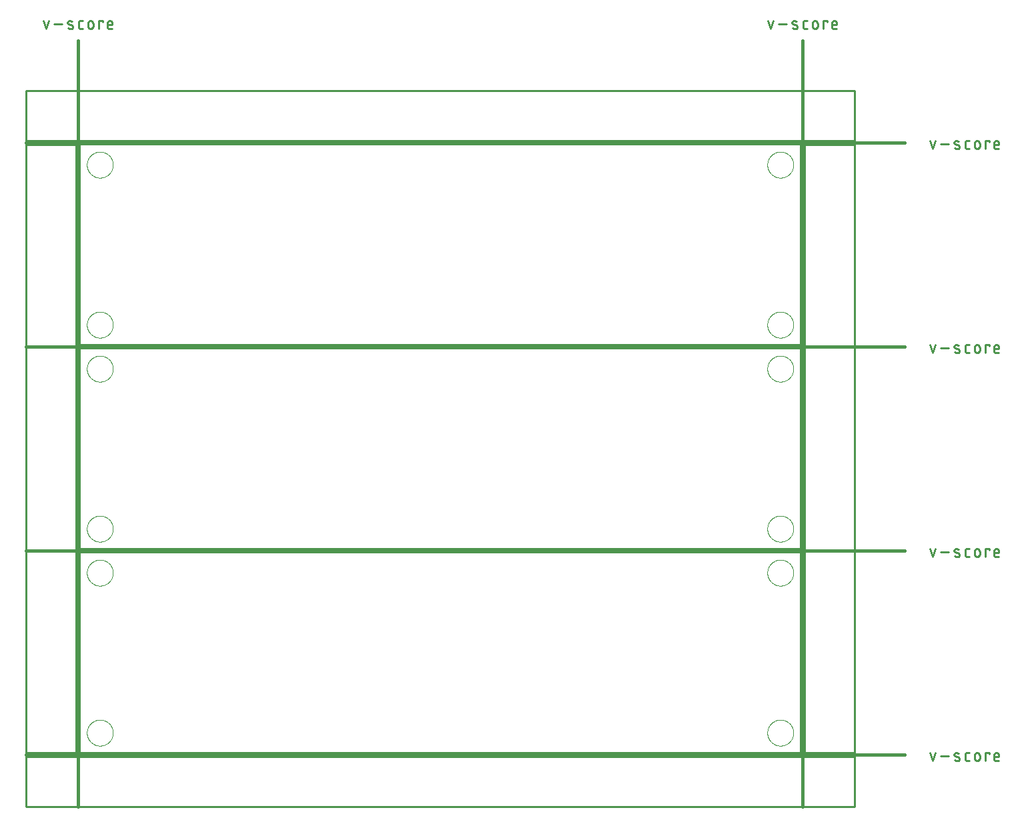
<source format=gko>
G75*
%MOIN*%
%OFA0B0*%
%FSLAX25Y25*%
%IPPOS*%
%LPD*%
%AMOC8*
5,1,8,0,0,1.08239X$1,22.5*
%
%ADD10C,0.00800*%
%ADD11C,0.01500*%
%ADD12C,0.01100*%
%ADD13C,0.01000*%
%ADD14C,0.00000*%
D10*
X0028750Y0028750D02*
X0028750Y0128750D01*
X0388750Y0128750D01*
X0388750Y0028750D01*
X0028750Y0028750D01*
X0028750Y0130750D02*
X0028750Y0230750D01*
X0388750Y0230750D01*
X0388750Y0130750D01*
X0028750Y0130750D01*
X0028750Y0232750D02*
X0028750Y0332750D01*
X0388750Y0332750D01*
X0388750Y0232750D01*
X0028750Y0232750D01*
D11*
X0001750Y0231750D02*
X0440750Y0231750D01*
X0440750Y0129750D02*
X0001750Y0129750D01*
X0001750Y0027750D02*
X0440750Y0027750D01*
X0389750Y0001750D02*
X0389750Y0384750D01*
X0440750Y0333750D02*
X0001750Y0333750D01*
X0027750Y0384750D02*
X0027750Y0001750D01*
D12*
X0453541Y0028733D02*
X0454852Y0024800D01*
X0456163Y0028733D01*
X0458834Y0027094D02*
X0462768Y0027094D01*
X0466136Y0027094D02*
X0467774Y0026439D01*
X0467775Y0026439D02*
X0467827Y0026416D01*
X0467878Y0026389D01*
X0467927Y0026359D01*
X0467974Y0026326D01*
X0468019Y0026290D01*
X0468061Y0026250D01*
X0468100Y0026208D01*
X0468136Y0026164D01*
X0468169Y0026117D01*
X0468199Y0026067D01*
X0468226Y0026016D01*
X0468249Y0025964D01*
X0468268Y0025910D01*
X0468284Y0025854D01*
X0468296Y0025798D01*
X0468304Y0025741D01*
X0468308Y0025684D01*
X0468309Y0025626D01*
X0468305Y0025569D01*
X0468298Y0025512D01*
X0468286Y0025455D01*
X0468271Y0025400D01*
X0468253Y0025345D01*
X0468230Y0025292D01*
X0468204Y0025241D01*
X0468175Y0025192D01*
X0468142Y0025144D01*
X0468106Y0025099D01*
X0468068Y0025057D01*
X0468026Y0025017D01*
X0467982Y0024980D01*
X0467935Y0024946D01*
X0467887Y0024915D01*
X0467836Y0024888D01*
X0467784Y0024864D01*
X0467730Y0024844D01*
X0467675Y0024828D01*
X0467619Y0024815D01*
X0467562Y0024806D01*
X0467504Y0024801D01*
X0467447Y0024800D01*
X0467938Y0028405D02*
X0467831Y0028451D01*
X0467722Y0028494D01*
X0467612Y0028534D01*
X0467500Y0028570D01*
X0467388Y0028602D01*
X0467274Y0028631D01*
X0467160Y0028657D01*
X0467045Y0028678D01*
X0466930Y0028697D01*
X0466813Y0028711D01*
X0466697Y0028722D01*
X0466580Y0028729D01*
X0466463Y0028733D01*
X0466463Y0028734D02*
X0466406Y0028733D01*
X0466348Y0028728D01*
X0466291Y0028719D01*
X0466235Y0028706D01*
X0466180Y0028690D01*
X0466126Y0028670D01*
X0466074Y0028646D01*
X0466023Y0028619D01*
X0465975Y0028588D01*
X0465928Y0028554D01*
X0465884Y0028517D01*
X0465842Y0028477D01*
X0465804Y0028435D01*
X0465768Y0028390D01*
X0465735Y0028342D01*
X0465706Y0028293D01*
X0465680Y0028242D01*
X0465657Y0028189D01*
X0465639Y0028134D01*
X0465624Y0028079D01*
X0465612Y0028022D01*
X0465605Y0027965D01*
X0465601Y0027908D01*
X0465602Y0027850D01*
X0465606Y0027793D01*
X0465614Y0027736D01*
X0465626Y0027680D01*
X0465642Y0027624D01*
X0465661Y0027570D01*
X0465684Y0027518D01*
X0465711Y0027467D01*
X0465741Y0027417D01*
X0465774Y0027370D01*
X0465810Y0027326D01*
X0465849Y0027284D01*
X0465891Y0027244D01*
X0465936Y0027208D01*
X0465983Y0027175D01*
X0466032Y0027145D01*
X0466083Y0027118D01*
X0466135Y0027095D01*
X0465644Y0025128D02*
X0465778Y0025082D01*
X0465913Y0025039D01*
X0466049Y0025000D01*
X0466186Y0024964D01*
X0466323Y0024932D01*
X0466462Y0024903D01*
X0466601Y0024877D01*
X0466741Y0024856D01*
X0466882Y0024837D01*
X0467022Y0024823D01*
X0467164Y0024812D01*
X0467305Y0024804D01*
X0467447Y0024801D01*
X0470988Y0025783D02*
X0470988Y0027750D01*
X0470990Y0027812D01*
X0470996Y0027873D01*
X0471005Y0027934D01*
X0471019Y0027994D01*
X0471036Y0028054D01*
X0471057Y0028112D01*
X0471082Y0028169D01*
X0471110Y0028224D01*
X0471141Y0028277D01*
X0471176Y0028328D01*
X0471214Y0028377D01*
X0471254Y0028423D01*
X0471298Y0028467D01*
X0471344Y0028507D01*
X0471393Y0028545D01*
X0471444Y0028580D01*
X0471497Y0028611D01*
X0471552Y0028639D01*
X0471609Y0028664D01*
X0471667Y0028685D01*
X0471727Y0028702D01*
X0471787Y0028716D01*
X0471848Y0028725D01*
X0471909Y0028731D01*
X0471971Y0028733D01*
X0473282Y0028733D01*
X0475695Y0027422D02*
X0475695Y0026111D01*
X0475696Y0026111D02*
X0475698Y0026040D01*
X0475704Y0025969D01*
X0475713Y0025899D01*
X0475727Y0025829D01*
X0475744Y0025760D01*
X0475765Y0025692D01*
X0475789Y0025626D01*
X0475817Y0025561D01*
X0475849Y0025497D01*
X0475884Y0025435D01*
X0475922Y0025375D01*
X0475963Y0025318D01*
X0476008Y0025262D01*
X0476055Y0025209D01*
X0476105Y0025159D01*
X0476158Y0025112D01*
X0476214Y0025067D01*
X0476271Y0025026D01*
X0476331Y0024988D01*
X0476393Y0024953D01*
X0476457Y0024921D01*
X0476522Y0024893D01*
X0476588Y0024869D01*
X0476656Y0024848D01*
X0476725Y0024831D01*
X0476795Y0024817D01*
X0476865Y0024808D01*
X0476936Y0024802D01*
X0477007Y0024800D01*
X0477078Y0024802D01*
X0477149Y0024808D01*
X0477219Y0024817D01*
X0477289Y0024831D01*
X0477358Y0024848D01*
X0477426Y0024869D01*
X0477492Y0024893D01*
X0477557Y0024921D01*
X0477621Y0024953D01*
X0477683Y0024988D01*
X0477743Y0025026D01*
X0477800Y0025067D01*
X0477856Y0025112D01*
X0477909Y0025159D01*
X0477959Y0025209D01*
X0478006Y0025262D01*
X0478051Y0025318D01*
X0478092Y0025375D01*
X0478130Y0025435D01*
X0478165Y0025497D01*
X0478197Y0025561D01*
X0478225Y0025626D01*
X0478249Y0025692D01*
X0478270Y0025760D01*
X0478287Y0025829D01*
X0478301Y0025899D01*
X0478310Y0025969D01*
X0478316Y0026040D01*
X0478318Y0026111D01*
X0478318Y0027422D01*
X0478316Y0027493D01*
X0478310Y0027564D01*
X0478301Y0027634D01*
X0478287Y0027704D01*
X0478270Y0027773D01*
X0478249Y0027841D01*
X0478225Y0027907D01*
X0478197Y0027972D01*
X0478165Y0028036D01*
X0478130Y0028098D01*
X0478092Y0028158D01*
X0478051Y0028215D01*
X0478006Y0028271D01*
X0477959Y0028324D01*
X0477909Y0028374D01*
X0477856Y0028421D01*
X0477800Y0028466D01*
X0477743Y0028507D01*
X0477683Y0028545D01*
X0477621Y0028580D01*
X0477557Y0028612D01*
X0477492Y0028640D01*
X0477426Y0028664D01*
X0477358Y0028685D01*
X0477289Y0028702D01*
X0477219Y0028716D01*
X0477149Y0028725D01*
X0477078Y0028731D01*
X0477007Y0028733D01*
X0476936Y0028731D01*
X0476865Y0028725D01*
X0476795Y0028716D01*
X0476725Y0028702D01*
X0476656Y0028685D01*
X0476588Y0028664D01*
X0476522Y0028640D01*
X0476457Y0028612D01*
X0476393Y0028580D01*
X0476331Y0028545D01*
X0476271Y0028507D01*
X0476214Y0028466D01*
X0476158Y0028421D01*
X0476105Y0028374D01*
X0476055Y0028324D01*
X0476008Y0028271D01*
X0475963Y0028215D01*
X0475922Y0028158D01*
X0475884Y0028098D01*
X0475849Y0028036D01*
X0475817Y0027972D01*
X0475789Y0027907D01*
X0475765Y0027841D01*
X0475744Y0027773D01*
X0475727Y0027704D01*
X0475713Y0027634D01*
X0475704Y0027564D01*
X0475698Y0027493D01*
X0475696Y0027422D01*
X0473282Y0024800D02*
X0471971Y0024800D01*
X0471909Y0024802D01*
X0471848Y0024808D01*
X0471787Y0024817D01*
X0471727Y0024831D01*
X0471667Y0024848D01*
X0471609Y0024869D01*
X0471552Y0024894D01*
X0471497Y0024922D01*
X0471444Y0024953D01*
X0471393Y0024988D01*
X0471344Y0025026D01*
X0471298Y0025066D01*
X0471254Y0025110D01*
X0471214Y0025156D01*
X0471176Y0025205D01*
X0471141Y0025256D01*
X0471110Y0025309D01*
X0471082Y0025364D01*
X0471057Y0025421D01*
X0471036Y0025479D01*
X0471019Y0025539D01*
X0471005Y0025599D01*
X0470996Y0025660D01*
X0470990Y0025721D01*
X0470988Y0025783D01*
X0481284Y0024800D02*
X0481284Y0028733D01*
X0483251Y0028733D01*
X0483251Y0028078D01*
X0485337Y0027422D02*
X0485337Y0025783D01*
X0485339Y0025721D01*
X0485345Y0025660D01*
X0485354Y0025599D01*
X0485368Y0025539D01*
X0485385Y0025479D01*
X0485406Y0025421D01*
X0485431Y0025364D01*
X0485459Y0025309D01*
X0485490Y0025256D01*
X0485525Y0025205D01*
X0485563Y0025156D01*
X0485603Y0025110D01*
X0485647Y0025066D01*
X0485693Y0025026D01*
X0485742Y0024988D01*
X0485793Y0024953D01*
X0485846Y0024922D01*
X0485901Y0024894D01*
X0485958Y0024869D01*
X0486016Y0024848D01*
X0486076Y0024831D01*
X0486136Y0024817D01*
X0486197Y0024808D01*
X0486258Y0024802D01*
X0486320Y0024800D01*
X0487959Y0024800D01*
X0487959Y0026767D02*
X0485337Y0026767D01*
X0485337Y0027422D02*
X0485339Y0027493D01*
X0485345Y0027564D01*
X0485354Y0027634D01*
X0485368Y0027704D01*
X0485385Y0027773D01*
X0485406Y0027841D01*
X0485430Y0027907D01*
X0485458Y0027972D01*
X0485490Y0028036D01*
X0485525Y0028098D01*
X0485563Y0028158D01*
X0485604Y0028215D01*
X0485649Y0028271D01*
X0485696Y0028324D01*
X0485746Y0028374D01*
X0485799Y0028421D01*
X0485855Y0028466D01*
X0485912Y0028507D01*
X0485972Y0028545D01*
X0486034Y0028580D01*
X0486098Y0028612D01*
X0486163Y0028640D01*
X0486229Y0028664D01*
X0486297Y0028685D01*
X0486366Y0028702D01*
X0486436Y0028716D01*
X0486506Y0028725D01*
X0486577Y0028731D01*
X0486648Y0028733D01*
X0486719Y0028731D01*
X0486790Y0028725D01*
X0486860Y0028716D01*
X0486930Y0028702D01*
X0486999Y0028685D01*
X0487067Y0028664D01*
X0487133Y0028640D01*
X0487198Y0028612D01*
X0487262Y0028580D01*
X0487324Y0028545D01*
X0487384Y0028507D01*
X0487441Y0028466D01*
X0487497Y0028421D01*
X0487550Y0028374D01*
X0487600Y0028324D01*
X0487647Y0028271D01*
X0487692Y0028215D01*
X0487733Y0028158D01*
X0487771Y0028098D01*
X0487806Y0028036D01*
X0487838Y0027972D01*
X0487866Y0027907D01*
X0487890Y0027841D01*
X0487911Y0027773D01*
X0487928Y0027704D01*
X0487942Y0027634D01*
X0487951Y0027564D01*
X0487957Y0027493D01*
X0487959Y0027422D01*
X0487959Y0026767D01*
X0487959Y0126800D02*
X0486320Y0126800D01*
X0486258Y0126802D01*
X0486197Y0126808D01*
X0486136Y0126817D01*
X0486076Y0126831D01*
X0486016Y0126848D01*
X0485958Y0126869D01*
X0485901Y0126894D01*
X0485846Y0126922D01*
X0485793Y0126953D01*
X0485742Y0126988D01*
X0485693Y0127026D01*
X0485647Y0127066D01*
X0485603Y0127110D01*
X0485563Y0127156D01*
X0485525Y0127205D01*
X0485490Y0127256D01*
X0485459Y0127309D01*
X0485431Y0127364D01*
X0485406Y0127421D01*
X0485385Y0127479D01*
X0485368Y0127539D01*
X0485354Y0127599D01*
X0485345Y0127660D01*
X0485339Y0127721D01*
X0485337Y0127783D01*
X0485337Y0129422D01*
X0485337Y0128767D02*
X0487959Y0128767D01*
X0487959Y0129422D01*
X0487957Y0129493D01*
X0487951Y0129564D01*
X0487942Y0129634D01*
X0487928Y0129704D01*
X0487911Y0129773D01*
X0487890Y0129841D01*
X0487866Y0129907D01*
X0487838Y0129972D01*
X0487806Y0130036D01*
X0487771Y0130098D01*
X0487733Y0130158D01*
X0487692Y0130215D01*
X0487647Y0130271D01*
X0487600Y0130324D01*
X0487550Y0130374D01*
X0487497Y0130421D01*
X0487441Y0130466D01*
X0487384Y0130507D01*
X0487324Y0130545D01*
X0487262Y0130580D01*
X0487198Y0130612D01*
X0487133Y0130640D01*
X0487067Y0130664D01*
X0486999Y0130685D01*
X0486930Y0130702D01*
X0486860Y0130716D01*
X0486790Y0130725D01*
X0486719Y0130731D01*
X0486648Y0130733D01*
X0486577Y0130731D01*
X0486506Y0130725D01*
X0486436Y0130716D01*
X0486366Y0130702D01*
X0486297Y0130685D01*
X0486229Y0130664D01*
X0486163Y0130640D01*
X0486098Y0130612D01*
X0486034Y0130580D01*
X0485972Y0130545D01*
X0485912Y0130507D01*
X0485855Y0130466D01*
X0485799Y0130421D01*
X0485746Y0130374D01*
X0485696Y0130324D01*
X0485649Y0130271D01*
X0485604Y0130215D01*
X0485563Y0130158D01*
X0485525Y0130098D01*
X0485490Y0130036D01*
X0485458Y0129972D01*
X0485430Y0129907D01*
X0485406Y0129841D01*
X0485385Y0129773D01*
X0485368Y0129704D01*
X0485354Y0129634D01*
X0485345Y0129564D01*
X0485339Y0129493D01*
X0485337Y0129422D01*
X0483251Y0130078D02*
X0483251Y0130733D01*
X0481284Y0130733D01*
X0481284Y0126800D01*
X0478318Y0128111D02*
X0478318Y0129422D01*
X0478316Y0129493D01*
X0478310Y0129564D01*
X0478301Y0129634D01*
X0478287Y0129704D01*
X0478270Y0129773D01*
X0478249Y0129841D01*
X0478225Y0129907D01*
X0478197Y0129972D01*
X0478165Y0130036D01*
X0478130Y0130098D01*
X0478092Y0130158D01*
X0478051Y0130215D01*
X0478006Y0130271D01*
X0477959Y0130324D01*
X0477909Y0130374D01*
X0477856Y0130421D01*
X0477800Y0130466D01*
X0477743Y0130507D01*
X0477683Y0130545D01*
X0477621Y0130580D01*
X0477557Y0130612D01*
X0477492Y0130640D01*
X0477426Y0130664D01*
X0477358Y0130685D01*
X0477289Y0130702D01*
X0477219Y0130716D01*
X0477149Y0130725D01*
X0477078Y0130731D01*
X0477007Y0130733D01*
X0476936Y0130731D01*
X0476865Y0130725D01*
X0476795Y0130716D01*
X0476725Y0130702D01*
X0476656Y0130685D01*
X0476588Y0130664D01*
X0476522Y0130640D01*
X0476457Y0130612D01*
X0476393Y0130580D01*
X0476331Y0130545D01*
X0476271Y0130507D01*
X0476214Y0130466D01*
X0476158Y0130421D01*
X0476105Y0130374D01*
X0476055Y0130324D01*
X0476008Y0130271D01*
X0475963Y0130215D01*
X0475922Y0130158D01*
X0475884Y0130098D01*
X0475849Y0130036D01*
X0475817Y0129972D01*
X0475789Y0129907D01*
X0475765Y0129841D01*
X0475744Y0129773D01*
X0475727Y0129704D01*
X0475713Y0129634D01*
X0475704Y0129564D01*
X0475698Y0129493D01*
X0475696Y0129422D01*
X0475695Y0129422D02*
X0475695Y0128111D01*
X0475696Y0128111D02*
X0475698Y0128040D01*
X0475704Y0127969D01*
X0475713Y0127899D01*
X0475727Y0127829D01*
X0475744Y0127760D01*
X0475765Y0127692D01*
X0475789Y0127626D01*
X0475817Y0127561D01*
X0475849Y0127497D01*
X0475884Y0127435D01*
X0475922Y0127375D01*
X0475963Y0127318D01*
X0476008Y0127262D01*
X0476055Y0127209D01*
X0476105Y0127159D01*
X0476158Y0127112D01*
X0476214Y0127067D01*
X0476271Y0127026D01*
X0476331Y0126988D01*
X0476393Y0126953D01*
X0476457Y0126921D01*
X0476522Y0126893D01*
X0476588Y0126869D01*
X0476656Y0126848D01*
X0476725Y0126831D01*
X0476795Y0126817D01*
X0476865Y0126808D01*
X0476936Y0126802D01*
X0477007Y0126800D01*
X0477078Y0126802D01*
X0477149Y0126808D01*
X0477219Y0126817D01*
X0477289Y0126831D01*
X0477358Y0126848D01*
X0477426Y0126869D01*
X0477492Y0126893D01*
X0477557Y0126921D01*
X0477621Y0126953D01*
X0477683Y0126988D01*
X0477743Y0127026D01*
X0477800Y0127067D01*
X0477856Y0127112D01*
X0477909Y0127159D01*
X0477959Y0127209D01*
X0478006Y0127262D01*
X0478051Y0127318D01*
X0478092Y0127375D01*
X0478130Y0127435D01*
X0478165Y0127497D01*
X0478197Y0127561D01*
X0478225Y0127626D01*
X0478249Y0127692D01*
X0478270Y0127760D01*
X0478287Y0127829D01*
X0478301Y0127899D01*
X0478310Y0127969D01*
X0478316Y0128040D01*
X0478318Y0128111D01*
X0473282Y0126800D02*
X0471971Y0126800D01*
X0471909Y0126802D01*
X0471848Y0126808D01*
X0471787Y0126817D01*
X0471727Y0126831D01*
X0471667Y0126848D01*
X0471609Y0126869D01*
X0471552Y0126894D01*
X0471497Y0126922D01*
X0471444Y0126953D01*
X0471393Y0126988D01*
X0471344Y0127026D01*
X0471298Y0127066D01*
X0471254Y0127110D01*
X0471214Y0127156D01*
X0471176Y0127205D01*
X0471141Y0127256D01*
X0471110Y0127309D01*
X0471082Y0127364D01*
X0471057Y0127421D01*
X0471036Y0127479D01*
X0471019Y0127539D01*
X0471005Y0127599D01*
X0470996Y0127660D01*
X0470990Y0127721D01*
X0470988Y0127783D01*
X0470988Y0129750D01*
X0470990Y0129812D01*
X0470996Y0129873D01*
X0471005Y0129934D01*
X0471019Y0129994D01*
X0471036Y0130054D01*
X0471057Y0130112D01*
X0471082Y0130169D01*
X0471110Y0130224D01*
X0471141Y0130277D01*
X0471176Y0130328D01*
X0471214Y0130377D01*
X0471254Y0130423D01*
X0471298Y0130467D01*
X0471344Y0130507D01*
X0471393Y0130545D01*
X0471444Y0130580D01*
X0471497Y0130611D01*
X0471552Y0130639D01*
X0471609Y0130664D01*
X0471667Y0130685D01*
X0471727Y0130702D01*
X0471787Y0130716D01*
X0471848Y0130725D01*
X0471909Y0130731D01*
X0471971Y0130733D01*
X0473282Y0130733D01*
X0467774Y0128439D02*
X0466136Y0129094D01*
X0466135Y0129095D02*
X0466083Y0129118D01*
X0466032Y0129145D01*
X0465983Y0129175D01*
X0465936Y0129208D01*
X0465891Y0129244D01*
X0465849Y0129284D01*
X0465810Y0129326D01*
X0465774Y0129370D01*
X0465741Y0129417D01*
X0465711Y0129467D01*
X0465684Y0129518D01*
X0465661Y0129570D01*
X0465642Y0129624D01*
X0465626Y0129680D01*
X0465614Y0129736D01*
X0465606Y0129793D01*
X0465602Y0129850D01*
X0465601Y0129908D01*
X0465605Y0129965D01*
X0465612Y0130022D01*
X0465624Y0130079D01*
X0465639Y0130134D01*
X0465657Y0130189D01*
X0465680Y0130242D01*
X0465706Y0130293D01*
X0465735Y0130342D01*
X0465768Y0130390D01*
X0465804Y0130435D01*
X0465842Y0130477D01*
X0465884Y0130517D01*
X0465928Y0130554D01*
X0465975Y0130588D01*
X0466023Y0130619D01*
X0466074Y0130646D01*
X0466126Y0130670D01*
X0466180Y0130690D01*
X0466235Y0130706D01*
X0466291Y0130719D01*
X0466348Y0130728D01*
X0466406Y0130733D01*
X0466463Y0130734D01*
X0465644Y0127128D02*
X0465778Y0127082D01*
X0465913Y0127039D01*
X0466049Y0127000D01*
X0466186Y0126964D01*
X0466323Y0126932D01*
X0466462Y0126903D01*
X0466601Y0126877D01*
X0466741Y0126856D01*
X0466882Y0126837D01*
X0467022Y0126823D01*
X0467164Y0126812D01*
X0467305Y0126804D01*
X0467447Y0126801D01*
X0467447Y0126800D02*
X0467504Y0126801D01*
X0467562Y0126806D01*
X0467619Y0126815D01*
X0467675Y0126828D01*
X0467730Y0126844D01*
X0467784Y0126864D01*
X0467836Y0126888D01*
X0467887Y0126915D01*
X0467935Y0126946D01*
X0467982Y0126980D01*
X0468026Y0127017D01*
X0468068Y0127057D01*
X0468106Y0127099D01*
X0468142Y0127144D01*
X0468175Y0127192D01*
X0468204Y0127241D01*
X0468230Y0127292D01*
X0468253Y0127345D01*
X0468271Y0127400D01*
X0468286Y0127455D01*
X0468298Y0127512D01*
X0468305Y0127569D01*
X0468309Y0127626D01*
X0468308Y0127684D01*
X0468304Y0127741D01*
X0468296Y0127798D01*
X0468284Y0127854D01*
X0468268Y0127910D01*
X0468249Y0127964D01*
X0468226Y0128016D01*
X0468199Y0128067D01*
X0468169Y0128117D01*
X0468136Y0128164D01*
X0468100Y0128208D01*
X0468061Y0128250D01*
X0468019Y0128290D01*
X0467974Y0128326D01*
X0467927Y0128359D01*
X0467878Y0128389D01*
X0467827Y0128416D01*
X0467775Y0128439D01*
X0467938Y0130405D02*
X0467831Y0130451D01*
X0467722Y0130494D01*
X0467612Y0130534D01*
X0467500Y0130570D01*
X0467388Y0130602D01*
X0467274Y0130631D01*
X0467160Y0130657D01*
X0467045Y0130678D01*
X0466930Y0130697D01*
X0466813Y0130711D01*
X0466697Y0130722D01*
X0466580Y0130729D01*
X0466463Y0130733D01*
X0462768Y0129094D02*
X0458834Y0129094D01*
X0456163Y0130733D02*
X0454852Y0126800D01*
X0453541Y0130733D01*
X0454852Y0228800D02*
X0456163Y0232733D01*
X0453541Y0232733D02*
X0454852Y0228800D01*
X0458834Y0231094D02*
X0462768Y0231094D01*
X0466136Y0231094D02*
X0467774Y0230439D01*
X0467775Y0230439D02*
X0467827Y0230416D01*
X0467878Y0230389D01*
X0467927Y0230359D01*
X0467974Y0230326D01*
X0468019Y0230290D01*
X0468061Y0230250D01*
X0468100Y0230208D01*
X0468136Y0230164D01*
X0468169Y0230117D01*
X0468199Y0230067D01*
X0468226Y0230016D01*
X0468249Y0229964D01*
X0468268Y0229910D01*
X0468284Y0229854D01*
X0468296Y0229798D01*
X0468304Y0229741D01*
X0468308Y0229684D01*
X0468309Y0229626D01*
X0468305Y0229569D01*
X0468298Y0229512D01*
X0468286Y0229455D01*
X0468271Y0229400D01*
X0468253Y0229345D01*
X0468230Y0229292D01*
X0468204Y0229241D01*
X0468175Y0229192D01*
X0468142Y0229144D01*
X0468106Y0229099D01*
X0468068Y0229057D01*
X0468026Y0229017D01*
X0467982Y0228980D01*
X0467935Y0228946D01*
X0467887Y0228915D01*
X0467836Y0228888D01*
X0467784Y0228864D01*
X0467730Y0228844D01*
X0467675Y0228828D01*
X0467619Y0228815D01*
X0467562Y0228806D01*
X0467504Y0228801D01*
X0467447Y0228800D01*
X0467938Y0232405D02*
X0467831Y0232451D01*
X0467722Y0232494D01*
X0467612Y0232534D01*
X0467500Y0232570D01*
X0467388Y0232602D01*
X0467274Y0232631D01*
X0467160Y0232657D01*
X0467045Y0232678D01*
X0466930Y0232697D01*
X0466813Y0232711D01*
X0466697Y0232722D01*
X0466580Y0232729D01*
X0466463Y0232733D01*
X0466463Y0232734D02*
X0466406Y0232733D01*
X0466348Y0232728D01*
X0466291Y0232719D01*
X0466235Y0232706D01*
X0466180Y0232690D01*
X0466126Y0232670D01*
X0466074Y0232646D01*
X0466023Y0232619D01*
X0465975Y0232588D01*
X0465928Y0232554D01*
X0465884Y0232517D01*
X0465842Y0232477D01*
X0465804Y0232435D01*
X0465768Y0232390D01*
X0465735Y0232342D01*
X0465706Y0232293D01*
X0465680Y0232242D01*
X0465657Y0232189D01*
X0465639Y0232134D01*
X0465624Y0232079D01*
X0465612Y0232022D01*
X0465605Y0231965D01*
X0465601Y0231908D01*
X0465602Y0231850D01*
X0465606Y0231793D01*
X0465614Y0231736D01*
X0465626Y0231680D01*
X0465642Y0231624D01*
X0465661Y0231570D01*
X0465684Y0231518D01*
X0465711Y0231467D01*
X0465741Y0231417D01*
X0465774Y0231370D01*
X0465810Y0231326D01*
X0465849Y0231284D01*
X0465891Y0231244D01*
X0465936Y0231208D01*
X0465983Y0231175D01*
X0466032Y0231145D01*
X0466083Y0231118D01*
X0466135Y0231095D01*
X0465644Y0229128D02*
X0465778Y0229082D01*
X0465913Y0229039D01*
X0466049Y0229000D01*
X0466186Y0228964D01*
X0466323Y0228932D01*
X0466462Y0228903D01*
X0466601Y0228877D01*
X0466741Y0228856D01*
X0466882Y0228837D01*
X0467022Y0228823D01*
X0467164Y0228812D01*
X0467305Y0228804D01*
X0467447Y0228801D01*
X0470988Y0229783D02*
X0470988Y0231750D01*
X0470990Y0231812D01*
X0470996Y0231873D01*
X0471005Y0231934D01*
X0471019Y0231994D01*
X0471036Y0232054D01*
X0471057Y0232112D01*
X0471082Y0232169D01*
X0471110Y0232224D01*
X0471141Y0232277D01*
X0471176Y0232328D01*
X0471214Y0232377D01*
X0471254Y0232423D01*
X0471298Y0232467D01*
X0471344Y0232507D01*
X0471393Y0232545D01*
X0471444Y0232580D01*
X0471497Y0232611D01*
X0471552Y0232639D01*
X0471609Y0232664D01*
X0471667Y0232685D01*
X0471727Y0232702D01*
X0471787Y0232716D01*
X0471848Y0232725D01*
X0471909Y0232731D01*
X0471971Y0232733D01*
X0473282Y0232733D01*
X0475695Y0231422D02*
X0475695Y0230111D01*
X0475696Y0230111D02*
X0475698Y0230040D01*
X0475704Y0229969D01*
X0475713Y0229899D01*
X0475727Y0229829D01*
X0475744Y0229760D01*
X0475765Y0229692D01*
X0475789Y0229626D01*
X0475817Y0229561D01*
X0475849Y0229497D01*
X0475884Y0229435D01*
X0475922Y0229375D01*
X0475963Y0229318D01*
X0476008Y0229262D01*
X0476055Y0229209D01*
X0476105Y0229159D01*
X0476158Y0229112D01*
X0476214Y0229067D01*
X0476271Y0229026D01*
X0476331Y0228988D01*
X0476393Y0228953D01*
X0476457Y0228921D01*
X0476522Y0228893D01*
X0476588Y0228869D01*
X0476656Y0228848D01*
X0476725Y0228831D01*
X0476795Y0228817D01*
X0476865Y0228808D01*
X0476936Y0228802D01*
X0477007Y0228800D01*
X0477078Y0228802D01*
X0477149Y0228808D01*
X0477219Y0228817D01*
X0477289Y0228831D01*
X0477358Y0228848D01*
X0477426Y0228869D01*
X0477492Y0228893D01*
X0477557Y0228921D01*
X0477621Y0228953D01*
X0477683Y0228988D01*
X0477743Y0229026D01*
X0477800Y0229067D01*
X0477856Y0229112D01*
X0477909Y0229159D01*
X0477959Y0229209D01*
X0478006Y0229262D01*
X0478051Y0229318D01*
X0478092Y0229375D01*
X0478130Y0229435D01*
X0478165Y0229497D01*
X0478197Y0229561D01*
X0478225Y0229626D01*
X0478249Y0229692D01*
X0478270Y0229760D01*
X0478287Y0229829D01*
X0478301Y0229899D01*
X0478310Y0229969D01*
X0478316Y0230040D01*
X0478318Y0230111D01*
X0478318Y0231422D01*
X0478316Y0231493D01*
X0478310Y0231564D01*
X0478301Y0231634D01*
X0478287Y0231704D01*
X0478270Y0231773D01*
X0478249Y0231841D01*
X0478225Y0231907D01*
X0478197Y0231972D01*
X0478165Y0232036D01*
X0478130Y0232098D01*
X0478092Y0232158D01*
X0478051Y0232215D01*
X0478006Y0232271D01*
X0477959Y0232324D01*
X0477909Y0232374D01*
X0477856Y0232421D01*
X0477800Y0232466D01*
X0477743Y0232507D01*
X0477683Y0232545D01*
X0477621Y0232580D01*
X0477557Y0232612D01*
X0477492Y0232640D01*
X0477426Y0232664D01*
X0477358Y0232685D01*
X0477289Y0232702D01*
X0477219Y0232716D01*
X0477149Y0232725D01*
X0477078Y0232731D01*
X0477007Y0232733D01*
X0476936Y0232731D01*
X0476865Y0232725D01*
X0476795Y0232716D01*
X0476725Y0232702D01*
X0476656Y0232685D01*
X0476588Y0232664D01*
X0476522Y0232640D01*
X0476457Y0232612D01*
X0476393Y0232580D01*
X0476331Y0232545D01*
X0476271Y0232507D01*
X0476214Y0232466D01*
X0476158Y0232421D01*
X0476105Y0232374D01*
X0476055Y0232324D01*
X0476008Y0232271D01*
X0475963Y0232215D01*
X0475922Y0232158D01*
X0475884Y0232098D01*
X0475849Y0232036D01*
X0475817Y0231972D01*
X0475789Y0231907D01*
X0475765Y0231841D01*
X0475744Y0231773D01*
X0475727Y0231704D01*
X0475713Y0231634D01*
X0475704Y0231564D01*
X0475698Y0231493D01*
X0475696Y0231422D01*
X0473282Y0228800D02*
X0471971Y0228800D01*
X0471909Y0228802D01*
X0471848Y0228808D01*
X0471787Y0228817D01*
X0471727Y0228831D01*
X0471667Y0228848D01*
X0471609Y0228869D01*
X0471552Y0228894D01*
X0471497Y0228922D01*
X0471444Y0228953D01*
X0471393Y0228988D01*
X0471344Y0229026D01*
X0471298Y0229066D01*
X0471254Y0229110D01*
X0471214Y0229156D01*
X0471176Y0229205D01*
X0471141Y0229256D01*
X0471110Y0229309D01*
X0471082Y0229364D01*
X0471057Y0229421D01*
X0471036Y0229479D01*
X0471019Y0229539D01*
X0471005Y0229599D01*
X0470996Y0229660D01*
X0470990Y0229721D01*
X0470988Y0229783D01*
X0481284Y0228800D02*
X0481284Y0232733D01*
X0483251Y0232733D01*
X0483251Y0232078D01*
X0485337Y0231422D02*
X0485337Y0229783D01*
X0485339Y0229721D01*
X0485345Y0229660D01*
X0485354Y0229599D01*
X0485368Y0229539D01*
X0485385Y0229479D01*
X0485406Y0229421D01*
X0485431Y0229364D01*
X0485459Y0229309D01*
X0485490Y0229256D01*
X0485525Y0229205D01*
X0485563Y0229156D01*
X0485603Y0229110D01*
X0485647Y0229066D01*
X0485693Y0229026D01*
X0485742Y0228988D01*
X0485793Y0228953D01*
X0485846Y0228922D01*
X0485901Y0228894D01*
X0485958Y0228869D01*
X0486016Y0228848D01*
X0486076Y0228831D01*
X0486136Y0228817D01*
X0486197Y0228808D01*
X0486258Y0228802D01*
X0486320Y0228800D01*
X0487959Y0228800D01*
X0487959Y0230767D02*
X0485337Y0230767D01*
X0485337Y0231422D02*
X0485339Y0231493D01*
X0485345Y0231564D01*
X0485354Y0231634D01*
X0485368Y0231704D01*
X0485385Y0231773D01*
X0485406Y0231841D01*
X0485430Y0231907D01*
X0485458Y0231972D01*
X0485490Y0232036D01*
X0485525Y0232098D01*
X0485563Y0232158D01*
X0485604Y0232215D01*
X0485649Y0232271D01*
X0485696Y0232324D01*
X0485746Y0232374D01*
X0485799Y0232421D01*
X0485855Y0232466D01*
X0485912Y0232507D01*
X0485972Y0232545D01*
X0486034Y0232580D01*
X0486098Y0232612D01*
X0486163Y0232640D01*
X0486229Y0232664D01*
X0486297Y0232685D01*
X0486366Y0232702D01*
X0486436Y0232716D01*
X0486506Y0232725D01*
X0486577Y0232731D01*
X0486648Y0232733D01*
X0486719Y0232731D01*
X0486790Y0232725D01*
X0486860Y0232716D01*
X0486930Y0232702D01*
X0486999Y0232685D01*
X0487067Y0232664D01*
X0487133Y0232640D01*
X0487198Y0232612D01*
X0487262Y0232580D01*
X0487324Y0232545D01*
X0487384Y0232507D01*
X0487441Y0232466D01*
X0487497Y0232421D01*
X0487550Y0232374D01*
X0487600Y0232324D01*
X0487647Y0232271D01*
X0487692Y0232215D01*
X0487733Y0232158D01*
X0487771Y0232098D01*
X0487806Y0232036D01*
X0487838Y0231972D01*
X0487866Y0231907D01*
X0487890Y0231841D01*
X0487911Y0231773D01*
X0487928Y0231704D01*
X0487942Y0231634D01*
X0487951Y0231564D01*
X0487957Y0231493D01*
X0487959Y0231422D01*
X0487959Y0230767D01*
X0487959Y0330800D02*
X0486320Y0330800D01*
X0486258Y0330802D01*
X0486197Y0330808D01*
X0486136Y0330817D01*
X0486076Y0330831D01*
X0486016Y0330848D01*
X0485958Y0330869D01*
X0485901Y0330894D01*
X0485846Y0330922D01*
X0485793Y0330953D01*
X0485742Y0330988D01*
X0485693Y0331026D01*
X0485647Y0331066D01*
X0485603Y0331110D01*
X0485563Y0331156D01*
X0485525Y0331205D01*
X0485490Y0331256D01*
X0485459Y0331309D01*
X0485431Y0331364D01*
X0485406Y0331421D01*
X0485385Y0331479D01*
X0485368Y0331539D01*
X0485354Y0331599D01*
X0485345Y0331660D01*
X0485339Y0331721D01*
X0485337Y0331783D01*
X0485337Y0333422D01*
X0485337Y0332767D02*
X0487959Y0332767D01*
X0487959Y0333422D01*
X0487957Y0333493D01*
X0487951Y0333564D01*
X0487942Y0333634D01*
X0487928Y0333704D01*
X0487911Y0333773D01*
X0487890Y0333841D01*
X0487866Y0333907D01*
X0487838Y0333972D01*
X0487806Y0334036D01*
X0487771Y0334098D01*
X0487733Y0334158D01*
X0487692Y0334215D01*
X0487647Y0334271D01*
X0487600Y0334324D01*
X0487550Y0334374D01*
X0487497Y0334421D01*
X0487441Y0334466D01*
X0487384Y0334507D01*
X0487324Y0334545D01*
X0487262Y0334580D01*
X0487198Y0334612D01*
X0487133Y0334640D01*
X0487067Y0334664D01*
X0486999Y0334685D01*
X0486930Y0334702D01*
X0486860Y0334716D01*
X0486790Y0334725D01*
X0486719Y0334731D01*
X0486648Y0334733D01*
X0486577Y0334731D01*
X0486506Y0334725D01*
X0486436Y0334716D01*
X0486366Y0334702D01*
X0486297Y0334685D01*
X0486229Y0334664D01*
X0486163Y0334640D01*
X0486098Y0334612D01*
X0486034Y0334580D01*
X0485972Y0334545D01*
X0485912Y0334507D01*
X0485855Y0334466D01*
X0485799Y0334421D01*
X0485746Y0334374D01*
X0485696Y0334324D01*
X0485649Y0334271D01*
X0485604Y0334215D01*
X0485563Y0334158D01*
X0485525Y0334098D01*
X0485490Y0334036D01*
X0485458Y0333972D01*
X0485430Y0333907D01*
X0485406Y0333841D01*
X0485385Y0333773D01*
X0485368Y0333704D01*
X0485354Y0333634D01*
X0485345Y0333564D01*
X0485339Y0333493D01*
X0485337Y0333422D01*
X0483251Y0334078D02*
X0483251Y0334733D01*
X0481284Y0334733D01*
X0481284Y0330800D01*
X0478318Y0332111D02*
X0478318Y0333422D01*
X0478316Y0333493D01*
X0478310Y0333564D01*
X0478301Y0333634D01*
X0478287Y0333704D01*
X0478270Y0333773D01*
X0478249Y0333841D01*
X0478225Y0333907D01*
X0478197Y0333972D01*
X0478165Y0334036D01*
X0478130Y0334098D01*
X0478092Y0334158D01*
X0478051Y0334215D01*
X0478006Y0334271D01*
X0477959Y0334324D01*
X0477909Y0334374D01*
X0477856Y0334421D01*
X0477800Y0334466D01*
X0477743Y0334507D01*
X0477683Y0334545D01*
X0477621Y0334580D01*
X0477557Y0334612D01*
X0477492Y0334640D01*
X0477426Y0334664D01*
X0477358Y0334685D01*
X0477289Y0334702D01*
X0477219Y0334716D01*
X0477149Y0334725D01*
X0477078Y0334731D01*
X0477007Y0334733D01*
X0476936Y0334731D01*
X0476865Y0334725D01*
X0476795Y0334716D01*
X0476725Y0334702D01*
X0476656Y0334685D01*
X0476588Y0334664D01*
X0476522Y0334640D01*
X0476457Y0334612D01*
X0476393Y0334580D01*
X0476331Y0334545D01*
X0476271Y0334507D01*
X0476214Y0334466D01*
X0476158Y0334421D01*
X0476105Y0334374D01*
X0476055Y0334324D01*
X0476008Y0334271D01*
X0475963Y0334215D01*
X0475922Y0334158D01*
X0475884Y0334098D01*
X0475849Y0334036D01*
X0475817Y0333972D01*
X0475789Y0333907D01*
X0475765Y0333841D01*
X0475744Y0333773D01*
X0475727Y0333704D01*
X0475713Y0333634D01*
X0475704Y0333564D01*
X0475698Y0333493D01*
X0475696Y0333422D01*
X0475695Y0333422D02*
X0475695Y0332111D01*
X0475696Y0332111D02*
X0475698Y0332040D01*
X0475704Y0331969D01*
X0475713Y0331899D01*
X0475727Y0331829D01*
X0475744Y0331760D01*
X0475765Y0331692D01*
X0475789Y0331626D01*
X0475817Y0331561D01*
X0475849Y0331497D01*
X0475884Y0331435D01*
X0475922Y0331375D01*
X0475963Y0331318D01*
X0476008Y0331262D01*
X0476055Y0331209D01*
X0476105Y0331159D01*
X0476158Y0331112D01*
X0476214Y0331067D01*
X0476271Y0331026D01*
X0476331Y0330988D01*
X0476393Y0330953D01*
X0476457Y0330921D01*
X0476522Y0330893D01*
X0476588Y0330869D01*
X0476656Y0330848D01*
X0476725Y0330831D01*
X0476795Y0330817D01*
X0476865Y0330808D01*
X0476936Y0330802D01*
X0477007Y0330800D01*
X0477078Y0330802D01*
X0477149Y0330808D01*
X0477219Y0330817D01*
X0477289Y0330831D01*
X0477358Y0330848D01*
X0477426Y0330869D01*
X0477492Y0330893D01*
X0477557Y0330921D01*
X0477621Y0330953D01*
X0477683Y0330988D01*
X0477743Y0331026D01*
X0477800Y0331067D01*
X0477856Y0331112D01*
X0477909Y0331159D01*
X0477959Y0331209D01*
X0478006Y0331262D01*
X0478051Y0331318D01*
X0478092Y0331375D01*
X0478130Y0331435D01*
X0478165Y0331497D01*
X0478197Y0331561D01*
X0478225Y0331626D01*
X0478249Y0331692D01*
X0478270Y0331760D01*
X0478287Y0331829D01*
X0478301Y0331899D01*
X0478310Y0331969D01*
X0478316Y0332040D01*
X0478318Y0332111D01*
X0473282Y0330800D02*
X0471971Y0330800D01*
X0471909Y0330802D01*
X0471848Y0330808D01*
X0471787Y0330817D01*
X0471727Y0330831D01*
X0471667Y0330848D01*
X0471609Y0330869D01*
X0471552Y0330894D01*
X0471497Y0330922D01*
X0471444Y0330953D01*
X0471393Y0330988D01*
X0471344Y0331026D01*
X0471298Y0331066D01*
X0471254Y0331110D01*
X0471214Y0331156D01*
X0471176Y0331205D01*
X0471141Y0331256D01*
X0471110Y0331309D01*
X0471082Y0331364D01*
X0471057Y0331421D01*
X0471036Y0331479D01*
X0471019Y0331539D01*
X0471005Y0331599D01*
X0470996Y0331660D01*
X0470990Y0331721D01*
X0470988Y0331783D01*
X0470988Y0333750D01*
X0470990Y0333812D01*
X0470996Y0333873D01*
X0471005Y0333934D01*
X0471019Y0333994D01*
X0471036Y0334054D01*
X0471057Y0334112D01*
X0471082Y0334169D01*
X0471110Y0334224D01*
X0471141Y0334277D01*
X0471176Y0334328D01*
X0471214Y0334377D01*
X0471254Y0334423D01*
X0471298Y0334467D01*
X0471344Y0334507D01*
X0471393Y0334545D01*
X0471444Y0334580D01*
X0471497Y0334611D01*
X0471552Y0334639D01*
X0471609Y0334664D01*
X0471667Y0334685D01*
X0471727Y0334702D01*
X0471787Y0334716D01*
X0471848Y0334725D01*
X0471909Y0334731D01*
X0471971Y0334733D01*
X0473282Y0334733D01*
X0467774Y0332439D02*
X0466136Y0333094D01*
X0466135Y0333095D02*
X0466083Y0333118D01*
X0466032Y0333145D01*
X0465983Y0333175D01*
X0465936Y0333208D01*
X0465891Y0333244D01*
X0465849Y0333284D01*
X0465810Y0333326D01*
X0465774Y0333370D01*
X0465741Y0333417D01*
X0465711Y0333467D01*
X0465684Y0333518D01*
X0465661Y0333570D01*
X0465642Y0333624D01*
X0465626Y0333680D01*
X0465614Y0333736D01*
X0465606Y0333793D01*
X0465602Y0333850D01*
X0465601Y0333908D01*
X0465605Y0333965D01*
X0465612Y0334022D01*
X0465624Y0334079D01*
X0465639Y0334134D01*
X0465657Y0334189D01*
X0465680Y0334242D01*
X0465706Y0334293D01*
X0465735Y0334342D01*
X0465768Y0334390D01*
X0465804Y0334435D01*
X0465842Y0334477D01*
X0465884Y0334517D01*
X0465928Y0334554D01*
X0465975Y0334588D01*
X0466023Y0334619D01*
X0466074Y0334646D01*
X0466126Y0334670D01*
X0466180Y0334690D01*
X0466235Y0334706D01*
X0466291Y0334719D01*
X0466348Y0334728D01*
X0466406Y0334733D01*
X0466463Y0334734D01*
X0465644Y0331128D02*
X0465778Y0331082D01*
X0465913Y0331039D01*
X0466049Y0331000D01*
X0466186Y0330964D01*
X0466323Y0330932D01*
X0466462Y0330903D01*
X0466601Y0330877D01*
X0466741Y0330856D01*
X0466882Y0330837D01*
X0467022Y0330823D01*
X0467164Y0330812D01*
X0467305Y0330804D01*
X0467447Y0330801D01*
X0467447Y0330800D02*
X0467504Y0330801D01*
X0467562Y0330806D01*
X0467619Y0330815D01*
X0467675Y0330828D01*
X0467730Y0330844D01*
X0467784Y0330864D01*
X0467836Y0330888D01*
X0467887Y0330915D01*
X0467935Y0330946D01*
X0467982Y0330980D01*
X0468026Y0331017D01*
X0468068Y0331057D01*
X0468106Y0331099D01*
X0468142Y0331144D01*
X0468175Y0331192D01*
X0468204Y0331241D01*
X0468230Y0331292D01*
X0468253Y0331345D01*
X0468271Y0331400D01*
X0468286Y0331455D01*
X0468298Y0331512D01*
X0468305Y0331569D01*
X0468309Y0331626D01*
X0468308Y0331684D01*
X0468304Y0331741D01*
X0468296Y0331798D01*
X0468284Y0331854D01*
X0468268Y0331910D01*
X0468249Y0331964D01*
X0468226Y0332016D01*
X0468199Y0332067D01*
X0468169Y0332117D01*
X0468136Y0332164D01*
X0468100Y0332208D01*
X0468061Y0332250D01*
X0468019Y0332290D01*
X0467974Y0332326D01*
X0467927Y0332359D01*
X0467878Y0332389D01*
X0467827Y0332416D01*
X0467775Y0332439D01*
X0467938Y0334405D02*
X0467831Y0334451D01*
X0467722Y0334494D01*
X0467612Y0334534D01*
X0467500Y0334570D01*
X0467388Y0334602D01*
X0467274Y0334631D01*
X0467160Y0334657D01*
X0467045Y0334678D01*
X0466930Y0334697D01*
X0466813Y0334711D01*
X0466697Y0334722D01*
X0466580Y0334729D01*
X0466463Y0334733D01*
X0462768Y0333094D02*
X0458834Y0333094D01*
X0456163Y0334733D02*
X0454852Y0330800D01*
X0453541Y0334733D01*
X0406959Y0390800D02*
X0405320Y0390800D01*
X0405258Y0390802D01*
X0405197Y0390808D01*
X0405136Y0390817D01*
X0405076Y0390831D01*
X0405016Y0390848D01*
X0404958Y0390869D01*
X0404901Y0390894D01*
X0404846Y0390922D01*
X0404793Y0390953D01*
X0404742Y0390988D01*
X0404693Y0391026D01*
X0404647Y0391066D01*
X0404603Y0391110D01*
X0404563Y0391156D01*
X0404525Y0391205D01*
X0404490Y0391256D01*
X0404459Y0391309D01*
X0404431Y0391364D01*
X0404406Y0391421D01*
X0404385Y0391479D01*
X0404368Y0391539D01*
X0404354Y0391599D01*
X0404345Y0391660D01*
X0404339Y0391721D01*
X0404337Y0391783D01*
X0404337Y0393422D01*
X0404337Y0392767D02*
X0406959Y0392767D01*
X0406959Y0393422D01*
X0406957Y0393493D01*
X0406951Y0393564D01*
X0406942Y0393634D01*
X0406928Y0393704D01*
X0406911Y0393773D01*
X0406890Y0393841D01*
X0406866Y0393907D01*
X0406838Y0393972D01*
X0406806Y0394036D01*
X0406771Y0394098D01*
X0406733Y0394158D01*
X0406692Y0394215D01*
X0406647Y0394271D01*
X0406600Y0394324D01*
X0406550Y0394374D01*
X0406497Y0394421D01*
X0406441Y0394466D01*
X0406384Y0394507D01*
X0406324Y0394545D01*
X0406262Y0394580D01*
X0406198Y0394612D01*
X0406133Y0394640D01*
X0406067Y0394664D01*
X0405999Y0394685D01*
X0405930Y0394702D01*
X0405860Y0394716D01*
X0405790Y0394725D01*
X0405719Y0394731D01*
X0405648Y0394733D01*
X0405577Y0394731D01*
X0405506Y0394725D01*
X0405436Y0394716D01*
X0405366Y0394702D01*
X0405297Y0394685D01*
X0405229Y0394664D01*
X0405163Y0394640D01*
X0405098Y0394612D01*
X0405034Y0394580D01*
X0404972Y0394545D01*
X0404912Y0394507D01*
X0404855Y0394466D01*
X0404799Y0394421D01*
X0404746Y0394374D01*
X0404696Y0394324D01*
X0404649Y0394271D01*
X0404604Y0394215D01*
X0404563Y0394158D01*
X0404525Y0394098D01*
X0404490Y0394036D01*
X0404458Y0393972D01*
X0404430Y0393907D01*
X0404406Y0393841D01*
X0404385Y0393773D01*
X0404368Y0393704D01*
X0404354Y0393634D01*
X0404345Y0393564D01*
X0404339Y0393493D01*
X0404337Y0393422D01*
X0402251Y0394078D02*
X0402251Y0394733D01*
X0400284Y0394733D01*
X0400284Y0390800D01*
X0397318Y0392111D02*
X0397318Y0393422D01*
X0397316Y0393493D01*
X0397310Y0393564D01*
X0397301Y0393634D01*
X0397287Y0393704D01*
X0397270Y0393773D01*
X0397249Y0393841D01*
X0397225Y0393907D01*
X0397197Y0393972D01*
X0397165Y0394036D01*
X0397130Y0394098D01*
X0397092Y0394158D01*
X0397051Y0394215D01*
X0397006Y0394271D01*
X0396959Y0394324D01*
X0396909Y0394374D01*
X0396856Y0394421D01*
X0396800Y0394466D01*
X0396743Y0394507D01*
X0396683Y0394545D01*
X0396621Y0394580D01*
X0396557Y0394612D01*
X0396492Y0394640D01*
X0396426Y0394664D01*
X0396358Y0394685D01*
X0396289Y0394702D01*
X0396219Y0394716D01*
X0396149Y0394725D01*
X0396078Y0394731D01*
X0396007Y0394733D01*
X0395936Y0394731D01*
X0395865Y0394725D01*
X0395795Y0394716D01*
X0395725Y0394702D01*
X0395656Y0394685D01*
X0395588Y0394664D01*
X0395522Y0394640D01*
X0395457Y0394612D01*
X0395393Y0394580D01*
X0395331Y0394545D01*
X0395271Y0394507D01*
X0395214Y0394466D01*
X0395158Y0394421D01*
X0395105Y0394374D01*
X0395055Y0394324D01*
X0395008Y0394271D01*
X0394963Y0394215D01*
X0394922Y0394158D01*
X0394884Y0394098D01*
X0394849Y0394036D01*
X0394817Y0393972D01*
X0394789Y0393907D01*
X0394765Y0393841D01*
X0394744Y0393773D01*
X0394727Y0393704D01*
X0394713Y0393634D01*
X0394704Y0393564D01*
X0394698Y0393493D01*
X0394696Y0393422D01*
X0394695Y0393422D02*
X0394695Y0392111D01*
X0394696Y0392111D02*
X0394698Y0392040D01*
X0394704Y0391969D01*
X0394713Y0391899D01*
X0394727Y0391829D01*
X0394744Y0391760D01*
X0394765Y0391692D01*
X0394789Y0391626D01*
X0394817Y0391561D01*
X0394849Y0391497D01*
X0394884Y0391435D01*
X0394922Y0391375D01*
X0394963Y0391318D01*
X0395008Y0391262D01*
X0395055Y0391209D01*
X0395105Y0391159D01*
X0395158Y0391112D01*
X0395214Y0391067D01*
X0395271Y0391026D01*
X0395331Y0390988D01*
X0395393Y0390953D01*
X0395457Y0390921D01*
X0395522Y0390893D01*
X0395588Y0390869D01*
X0395656Y0390848D01*
X0395725Y0390831D01*
X0395795Y0390817D01*
X0395865Y0390808D01*
X0395936Y0390802D01*
X0396007Y0390800D01*
X0396078Y0390802D01*
X0396149Y0390808D01*
X0396219Y0390817D01*
X0396289Y0390831D01*
X0396358Y0390848D01*
X0396426Y0390869D01*
X0396492Y0390893D01*
X0396557Y0390921D01*
X0396621Y0390953D01*
X0396683Y0390988D01*
X0396743Y0391026D01*
X0396800Y0391067D01*
X0396856Y0391112D01*
X0396909Y0391159D01*
X0396959Y0391209D01*
X0397006Y0391262D01*
X0397051Y0391318D01*
X0397092Y0391375D01*
X0397130Y0391435D01*
X0397165Y0391497D01*
X0397197Y0391561D01*
X0397225Y0391626D01*
X0397249Y0391692D01*
X0397270Y0391760D01*
X0397287Y0391829D01*
X0397301Y0391899D01*
X0397310Y0391969D01*
X0397316Y0392040D01*
X0397318Y0392111D01*
X0392282Y0390800D02*
X0390971Y0390800D01*
X0390909Y0390802D01*
X0390848Y0390808D01*
X0390787Y0390817D01*
X0390727Y0390831D01*
X0390667Y0390848D01*
X0390609Y0390869D01*
X0390552Y0390894D01*
X0390497Y0390922D01*
X0390444Y0390953D01*
X0390393Y0390988D01*
X0390344Y0391026D01*
X0390298Y0391066D01*
X0390254Y0391110D01*
X0390214Y0391156D01*
X0390176Y0391205D01*
X0390141Y0391256D01*
X0390110Y0391309D01*
X0390082Y0391364D01*
X0390057Y0391421D01*
X0390036Y0391479D01*
X0390019Y0391539D01*
X0390005Y0391599D01*
X0389996Y0391660D01*
X0389990Y0391721D01*
X0389988Y0391783D01*
X0389988Y0393750D01*
X0389990Y0393812D01*
X0389996Y0393873D01*
X0390005Y0393934D01*
X0390019Y0393994D01*
X0390036Y0394054D01*
X0390057Y0394112D01*
X0390082Y0394169D01*
X0390110Y0394224D01*
X0390141Y0394277D01*
X0390176Y0394328D01*
X0390214Y0394377D01*
X0390254Y0394423D01*
X0390298Y0394467D01*
X0390344Y0394507D01*
X0390393Y0394545D01*
X0390444Y0394580D01*
X0390497Y0394611D01*
X0390552Y0394639D01*
X0390609Y0394664D01*
X0390667Y0394685D01*
X0390727Y0394702D01*
X0390787Y0394716D01*
X0390848Y0394725D01*
X0390909Y0394731D01*
X0390971Y0394733D01*
X0392282Y0394733D01*
X0386774Y0392439D02*
X0385136Y0393094D01*
X0385135Y0393095D02*
X0385083Y0393118D01*
X0385032Y0393145D01*
X0384983Y0393175D01*
X0384936Y0393208D01*
X0384891Y0393244D01*
X0384849Y0393284D01*
X0384810Y0393326D01*
X0384774Y0393370D01*
X0384741Y0393417D01*
X0384711Y0393467D01*
X0384684Y0393518D01*
X0384661Y0393570D01*
X0384642Y0393624D01*
X0384626Y0393680D01*
X0384614Y0393736D01*
X0384606Y0393793D01*
X0384602Y0393850D01*
X0384601Y0393908D01*
X0384605Y0393965D01*
X0384612Y0394022D01*
X0384624Y0394079D01*
X0384639Y0394134D01*
X0384657Y0394189D01*
X0384680Y0394242D01*
X0384706Y0394293D01*
X0384735Y0394342D01*
X0384768Y0394390D01*
X0384804Y0394435D01*
X0384842Y0394477D01*
X0384884Y0394517D01*
X0384928Y0394554D01*
X0384975Y0394588D01*
X0385023Y0394619D01*
X0385074Y0394646D01*
X0385126Y0394670D01*
X0385180Y0394690D01*
X0385235Y0394706D01*
X0385291Y0394719D01*
X0385348Y0394728D01*
X0385406Y0394733D01*
X0385463Y0394734D01*
X0384644Y0391128D02*
X0384778Y0391082D01*
X0384913Y0391039D01*
X0385049Y0391000D01*
X0385186Y0390964D01*
X0385323Y0390932D01*
X0385462Y0390903D01*
X0385601Y0390877D01*
X0385741Y0390856D01*
X0385882Y0390837D01*
X0386022Y0390823D01*
X0386164Y0390812D01*
X0386305Y0390804D01*
X0386447Y0390801D01*
X0386447Y0390800D02*
X0386504Y0390801D01*
X0386562Y0390806D01*
X0386619Y0390815D01*
X0386675Y0390828D01*
X0386730Y0390844D01*
X0386784Y0390864D01*
X0386836Y0390888D01*
X0386887Y0390915D01*
X0386935Y0390946D01*
X0386982Y0390980D01*
X0387026Y0391017D01*
X0387068Y0391057D01*
X0387106Y0391099D01*
X0387142Y0391144D01*
X0387175Y0391192D01*
X0387204Y0391241D01*
X0387230Y0391292D01*
X0387253Y0391345D01*
X0387271Y0391400D01*
X0387286Y0391455D01*
X0387298Y0391512D01*
X0387305Y0391569D01*
X0387309Y0391626D01*
X0387308Y0391684D01*
X0387304Y0391741D01*
X0387296Y0391798D01*
X0387284Y0391854D01*
X0387268Y0391910D01*
X0387249Y0391964D01*
X0387226Y0392016D01*
X0387199Y0392067D01*
X0387169Y0392117D01*
X0387136Y0392164D01*
X0387100Y0392208D01*
X0387061Y0392250D01*
X0387019Y0392290D01*
X0386974Y0392326D01*
X0386927Y0392359D01*
X0386878Y0392389D01*
X0386827Y0392416D01*
X0386775Y0392439D01*
X0386938Y0394405D02*
X0386831Y0394451D01*
X0386722Y0394494D01*
X0386612Y0394534D01*
X0386500Y0394570D01*
X0386388Y0394602D01*
X0386274Y0394631D01*
X0386160Y0394657D01*
X0386045Y0394678D01*
X0385930Y0394697D01*
X0385813Y0394711D01*
X0385697Y0394722D01*
X0385580Y0394729D01*
X0385463Y0394733D01*
X0381768Y0393094D02*
X0377834Y0393094D01*
X0375163Y0394733D02*
X0373852Y0390800D01*
X0372541Y0394733D01*
X0044959Y0393422D02*
X0044959Y0392767D01*
X0042337Y0392767D01*
X0042337Y0393422D02*
X0042337Y0391783D01*
X0042339Y0391721D01*
X0042345Y0391660D01*
X0042354Y0391599D01*
X0042368Y0391539D01*
X0042385Y0391479D01*
X0042406Y0391421D01*
X0042431Y0391364D01*
X0042459Y0391309D01*
X0042490Y0391256D01*
X0042525Y0391205D01*
X0042563Y0391156D01*
X0042603Y0391110D01*
X0042647Y0391066D01*
X0042693Y0391026D01*
X0042742Y0390988D01*
X0042793Y0390953D01*
X0042846Y0390922D01*
X0042901Y0390894D01*
X0042958Y0390869D01*
X0043016Y0390848D01*
X0043076Y0390831D01*
X0043136Y0390817D01*
X0043197Y0390808D01*
X0043258Y0390802D01*
X0043320Y0390800D01*
X0044959Y0390800D01*
X0044959Y0393422D02*
X0044957Y0393493D01*
X0044951Y0393564D01*
X0044942Y0393634D01*
X0044928Y0393704D01*
X0044911Y0393773D01*
X0044890Y0393841D01*
X0044866Y0393907D01*
X0044838Y0393972D01*
X0044806Y0394036D01*
X0044771Y0394098D01*
X0044733Y0394158D01*
X0044692Y0394215D01*
X0044647Y0394271D01*
X0044600Y0394324D01*
X0044550Y0394374D01*
X0044497Y0394421D01*
X0044441Y0394466D01*
X0044384Y0394507D01*
X0044324Y0394545D01*
X0044262Y0394580D01*
X0044198Y0394612D01*
X0044133Y0394640D01*
X0044067Y0394664D01*
X0043999Y0394685D01*
X0043930Y0394702D01*
X0043860Y0394716D01*
X0043790Y0394725D01*
X0043719Y0394731D01*
X0043648Y0394733D01*
X0043577Y0394731D01*
X0043506Y0394725D01*
X0043436Y0394716D01*
X0043366Y0394702D01*
X0043297Y0394685D01*
X0043229Y0394664D01*
X0043163Y0394640D01*
X0043098Y0394612D01*
X0043034Y0394580D01*
X0042972Y0394545D01*
X0042912Y0394507D01*
X0042855Y0394466D01*
X0042799Y0394421D01*
X0042746Y0394374D01*
X0042696Y0394324D01*
X0042649Y0394271D01*
X0042604Y0394215D01*
X0042563Y0394158D01*
X0042525Y0394098D01*
X0042490Y0394036D01*
X0042458Y0393972D01*
X0042430Y0393907D01*
X0042406Y0393841D01*
X0042385Y0393773D01*
X0042368Y0393704D01*
X0042354Y0393634D01*
X0042345Y0393564D01*
X0042339Y0393493D01*
X0042337Y0393422D01*
X0040251Y0394078D02*
X0040251Y0394733D01*
X0038284Y0394733D01*
X0038284Y0390800D01*
X0035318Y0392111D02*
X0035318Y0393422D01*
X0035316Y0393493D01*
X0035310Y0393564D01*
X0035301Y0393634D01*
X0035287Y0393704D01*
X0035270Y0393773D01*
X0035249Y0393841D01*
X0035225Y0393907D01*
X0035197Y0393972D01*
X0035165Y0394036D01*
X0035130Y0394098D01*
X0035092Y0394158D01*
X0035051Y0394215D01*
X0035006Y0394271D01*
X0034959Y0394324D01*
X0034909Y0394374D01*
X0034856Y0394421D01*
X0034800Y0394466D01*
X0034743Y0394507D01*
X0034683Y0394545D01*
X0034621Y0394580D01*
X0034557Y0394612D01*
X0034492Y0394640D01*
X0034426Y0394664D01*
X0034358Y0394685D01*
X0034289Y0394702D01*
X0034219Y0394716D01*
X0034149Y0394725D01*
X0034078Y0394731D01*
X0034007Y0394733D01*
X0033936Y0394731D01*
X0033865Y0394725D01*
X0033795Y0394716D01*
X0033725Y0394702D01*
X0033656Y0394685D01*
X0033588Y0394664D01*
X0033522Y0394640D01*
X0033457Y0394612D01*
X0033393Y0394580D01*
X0033331Y0394545D01*
X0033271Y0394507D01*
X0033214Y0394466D01*
X0033158Y0394421D01*
X0033105Y0394374D01*
X0033055Y0394324D01*
X0033008Y0394271D01*
X0032963Y0394215D01*
X0032922Y0394158D01*
X0032884Y0394098D01*
X0032849Y0394036D01*
X0032817Y0393972D01*
X0032789Y0393907D01*
X0032765Y0393841D01*
X0032744Y0393773D01*
X0032727Y0393704D01*
X0032713Y0393634D01*
X0032704Y0393564D01*
X0032698Y0393493D01*
X0032696Y0393422D01*
X0032695Y0393422D02*
X0032695Y0392111D01*
X0032696Y0392111D02*
X0032698Y0392040D01*
X0032704Y0391969D01*
X0032713Y0391899D01*
X0032727Y0391829D01*
X0032744Y0391760D01*
X0032765Y0391692D01*
X0032789Y0391626D01*
X0032817Y0391561D01*
X0032849Y0391497D01*
X0032884Y0391435D01*
X0032922Y0391375D01*
X0032963Y0391318D01*
X0033008Y0391262D01*
X0033055Y0391209D01*
X0033105Y0391159D01*
X0033158Y0391112D01*
X0033214Y0391067D01*
X0033271Y0391026D01*
X0033331Y0390988D01*
X0033393Y0390953D01*
X0033457Y0390921D01*
X0033522Y0390893D01*
X0033588Y0390869D01*
X0033656Y0390848D01*
X0033725Y0390831D01*
X0033795Y0390817D01*
X0033865Y0390808D01*
X0033936Y0390802D01*
X0034007Y0390800D01*
X0034078Y0390802D01*
X0034149Y0390808D01*
X0034219Y0390817D01*
X0034289Y0390831D01*
X0034358Y0390848D01*
X0034426Y0390869D01*
X0034492Y0390893D01*
X0034557Y0390921D01*
X0034621Y0390953D01*
X0034683Y0390988D01*
X0034743Y0391026D01*
X0034800Y0391067D01*
X0034856Y0391112D01*
X0034909Y0391159D01*
X0034959Y0391209D01*
X0035006Y0391262D01*
X0035051Y0391318D01*
X0035092Y0391375D01*
X0035130Y0391435D01*
X0035165Y0391497D01*
X0035197Y0391561D01*
X0035225Y0391626D01*
X0035249Y0391692D01*
X0035270Y0391760D01*
X0035287Y0391829D01*
X0035301Y0391899D01*
X0035310Y0391969D01*
X0035316Y0392040D01*
X0035318Y0392111D01*
X0030282Y0390800D02*
X0028971Y0390800D01*
X0028909Y0390802D01*
X0028848Y0390808D01*
X0028787Y0390817D01*
X0028727Y0390831D01*
X0028667Y0390848D01*
X0028609Y0390869D01*
X0028552Y0390894D01*
X0028497Y0390922D01*
X0028444Y0390953D01*
X0028393Y0390988D01*
X0028344Y0391026D01*
X0028298Y0391066D01*
X0028254Y0391110D01*
X0028214Y0391156D01*
X0028176Y0391205D01*
X0028141Y0391256D01*
X0028110Y0391309D01*
X0028082Y0391364D01*
X0028057Y0391421D01*
X0028036Y0391479D01*
X0028019Y0391539D01*
X0028005Y0391599D01*
X0027996Y0391660D01*
X0027990Y0391721D01*
X0027988Y0391783D01*
X0027988Y0393750D01*
X0027990Y0393812D01*
X0027996Y0393873D01*
X0028005Y0393934D01*
X0028019Y0393994D01*
X0028036Y0394054D01*
X0028057Y0394112D01*
X0028082Y0394169D01*
X0028110Y0394224D01*
X0028141Y0394277D01*
X0028176Y0394328D01*
X0028214Y0394377D01*
X0028254Y0394423D01*
X0028298Y0394467D01*
X0028344Y0394507D01*
X0028393Y0394545D01*
X0028444Y0394580D01*
X0028497Y0394611D01*
X0028552Y0394639D01*
X0028609Y0394664D01*
X0028667Y0394685D01*
X0028727Y0394702D01*
X0028787Y0394716D01*
X0028848Y0394725D01*
X0028909Y0394731D01*
X0028971Y0394733D01*
X0030282Y0394733D01*
X0024774Y0392439D02*
X0023136Y0393094D01*
X0023135Y0393095D02*
X0023083Y0393118D01*
X0023032Y0393145D01*
X0022983Y0393175D01*
X0022936Y0393208D01*
X0022891Y0393244D01*
X0022849Y0393284D01*
X0022810Y0393326D01*
X0022774Y0393370D01*
X0022741Y0393417D01*
X0022711Y0393467D01*
X0022684Y0393518D01*
X0022661Y0393570D01*
X0022642Y0393624D01*
X0022626Y0393680D01*
X0022614Y0393736D01*
X0022606Y0393793D01*
X0022602Y0393850D01*
X0022601Y0393908D01*
X0022605Y0393965D01*
X0022612Y0394022D01*
X0022624Y0394079D01*
X0022639Y0394134D01*
X0022657Y0394189D01*
X0022680Y0394242D01*
X0022706Y0394293D01*
X0022735Y0394342D01*
X0022768Y0394390D01*
X0022804Y0394435D01*
X0022842Y0394477D01*
X0022884Y0394517D01*
X0022928Y0394554D01*
X0022975Y0394588D01*
X0023023Y0394619D01*
X0023074Y0394646D01*
X0023126Y0394670D01*
X0023180Y0394690D01*
X0023235Y0394706D01*
X0023291Y0394719D01*
X0023348Y0394728D01*
X0023406Y0394733D01*
X0023463Y0394734D01*
X0022644Y0391128D02*
X0022778Y0391082D01*
X0022913Y0391039D01*
X0023049Y0391000D01*
X0023186Y0390964D01*
X0023323Y0390932D01*
X0023462Y0390903D01*
X0023601Y0390877D01*
X0023741Y0390856D01*
X0023882Y0390837D01*
X0024022Y0390823D01*
X0024164Y0390812D01*
X0024305Y0390804D01*
X0024447Y0390801D01*
X0024447Y0390800D02*
X0024504Y0390801D01*
X0024562Y0390806D01*
X0024619Y0390815D01*
X0024675Y0390828D01*
X0024730Y0390844D01*
X0024784Y0390864D01*
X0024836Y0390888D01*
X0024887Y0390915D01*
X0024935Y0390946D01*
X0024982Y0390980D01*
X0025026Y0391017D01*
X0025068Y0391057D01*
X0025106Y0391099D01*
X0025142Y0391144D01*
X0025175Y0391192D01*
X0025204Y0391241D01*
X0025230Y0391292D01*
X0025253Y0391345D01*
X0025271Y0391400D01*
X0025286Y0391455D01*
X0025298Y0391512D01*
X0025305Y0391569D01*
X0025309Y0391626D01*
X0025308Y0391684D01*
X0025304Y0391741D01*
X0025296Y0391798D01*
X0025284Y0391854D01*
X0025268Y0391910D01*
X0025249Y0391964D01*
X0025226Y0392016D01*
X0025199Y0392067D01*
X0025169Y0392117D01*
X0025136Y0392164D01*
X0025100Y0392208D01*
X0025061Y0392250D01*
X0025019Y0392290D01*
X0024974Y0392326D01*
X0024927Y0392359D01*
X0024878Y0392389D01*
X0024827Y0392416D01*
X0024775Y0392439D01*
X0024938Y0394405D02*
X0024831Y0394451D01*
X0024722Y0394494D01*
X0024612Y0394534D01*
X0024500Y0394570D01*
X0024388Y0394602D01*
X0024274Y0394631D01*
X0024160Y0394657D01*
X0024045Y0394678D01*
X0023930Y0394697D01*
X0023813Y0394711D01*
X0023697Y0394722D01*
X0023580Y0394729D01*
X0023463Y0394733D01*
X0019768Y0393094D02*
X0015834Y0393094D01*
X0013163Y0394733D02*
X0011852Y0390800D01*
X0010541Y0394733D01*
D13*
X0001750Y0026750D02*
X0001750Y0001750D01*
X0415750Y0001750D01*
X0415750Y0026750D01*
X0001750Y0026750D01*
X0001750Y0028750D02*
X0001750Y0332750D01*
X0026750Y0332750D01*
X0026750Y0028750D01*
X0001750Y0028750D01*
X0001750Y0334750D02*
X0001750Y0359750D01*
X0415750Y0359750D01*
X0415750Y0334750D01*
X0001750Y0334750D01*
X0390750Y0332750D02*
X0390750Y0028750D01*
X0415750Y0028750D01*
X0415750Y0332750D01*
X0390750Y0332750D01*
D14*
X0372250Y0322750D02*
X0372252Y0322911D01*
X0372258Y0323071D01*
X0372268Y0323232D01*
X0372282Y0323392D01*
X0372300Y0323552D01*
X0372321Y0323711D01*
X0372347Y0323870D01*
X0372377Y0324028D01*
X0372410Y0324185D01*
X0372448Y0324342D01*
X0372489Y0324497D01*
X0372534Y0324651D01*
X0372583Y0324804D01*
X0372636Y0324956D01*
X0372692Y0325107D01*
X0372753Y0325256D01*
X0372816Y0325404D01*
X0372884Y0325550D01*
X0372955Y0325694D01*
X0373029Y0325836D01*
X0373107Y0325977D01*
X0373189Y0326115D01*
X0373274Y0326252D01*
X0373362Y0326386D01*
X0373454Y0326518D01*
X0373549Y0326648D01*
X0373647Y0326776D01*
X0373748Y0326901D01*
X0373852Y0327023D01*
X0373959Y0327143D01*
X0374069Y0327260D01*
X0374182Y0327375D01*
X0374298Y0327486D01*
X0374417Y0327595D01*
X0374538Y0327700D01*
X0374662Y0327803D01*
X0374788Y0327903D01*
X0374916Y0327999D01*
X0375047Y0328092D01*
X0375181Y0328182D01*
X0375316Y0328269D01*
X0375454Y0328352D01*
X0375593Y0328432D01*
X0375735Y0328508D01*
X0375878Y0328581D01*
X0376023Y0328650D01*
X0376170Y0328716D01*
X0376318Y0328778D01*
X0376468Y0328836D01*
X0376619Y0328891D01*
X0376772Y0328942D01*
X0376926Y0328989D01*
X0377081Y0329032D01*
X0377237Y0329071D01*
X0377393Y0329107D01*
X0377551Y0329138D01*
X0377709Y0329166D01*
X0377868Y0329190D01*
X0378028Y0329210D01*
X0378188Y0329226D01*
X0378348Y0329238D01*
X0378509Y0329246D01*
X0378670Y0329250D01*
X0378830Y0329250D01*
X0378991Y0329246D01*
X0379152Y0329238D01*
X0379312Y0329226D01*
X0379472Y0329210D01*
X0379632Y0329190D01*
X0379791Y0329166D01*
X0379949Y0329138D01*
X0380107Y0329107D01*
X0380263Y0329071D01*
X0380419Y0329032D01*
X0380574Y0328989D01*
X0380728Y0328942D01*
X0380881Y0328891D01*
X0381032Y0328836D01*
X0381182Y0328778D01*
X0381330Y0328716D01*
X0381477Y0328650D01*
X0381622Y0328581D01*
X0381765Y0328508D01*
X0381907Y0328432D01*
X0382046Y0328352D01*
X0382184Y0328269D01*
X0382319Y0328182D01*
X0382453Y0328092D01*
X0382584Y0327999D01*
X0382712Y0327903D01*
X0382838Y0327803D01*
X0382962Y0327700D01*
X0383083Y0327595D01*
X0383202Y0327486D01*
X0383318Y0327375D01*
X0383431Y0327260D01*
X0383541Y0327143D01*
X0383648Y0327023D01*
X0383752Y0326901D01*
X0383853Y0326776D01*
X0383951Y0326648D01*
X0384046Y0326518D01*
X0384138Y0326386D01*
X0384226Y0326252D01*
X0384311Y0326115D01*
X0384393Y0325977D01*
X0384471Y0325836D01*
X0384545Y0325694D01*
X0384616Y0325550D01*
X0384684Y0325404D01*
X0384747Y0325256D01*
X0384808Y0325107D01*
X0384864Y0324956D01*
X0384917Y0324804D01*
X0384966Y0324651D01*
X0385011Y0324497D01*
X0385052Y0324342D01*
X0385090Y0324185D01*
X0385123Y0324028D01*
X0385153Y0323870D01*
X0385179Y0323711D01*
X0385200Y0323552D01*
X0385218Y0323392D01*
X0385232Y0323232D01*
X0385242Y0323071D01*
X0385248Y0322911D01*
X0385250Y0322750D01*
X0385248Y0322589D01*
X0385242Y0322429D01*
X0385232Y0322268D01*
X0385218Y0322108D01*
X0385200Y0321948D01*
X0385179Y0321789D01*
X0385153Y0321630D01*
X0385123Y0321472D01*
X0385090Y0321315D01*
X0385052Y0321158D01*
X0385011Y0321003D01*
X0384966Y0320849D01*
X0384917Y0320696D01*
X0384864Y0320544D01*
X0384808Y0320393D01*
X0384747Y0320244D01*
X0384684Y0320096D01*
X0384616Y0319950D01*
X0384545Y0319806D01*
X0384471Y0319664D01*
X0384393Y0319523D01*
X0384311Y0319385D01*
X0384226Y0319248D01*
X0384138Y0319114D01*
X0384046Y0318982D01*
X0383951Y0318852D01*
X0383853Y0318724D01*
X0383752Y0318599D01*
X0383648Y0318477D01*
X0383541Y0318357D01*
X0383431Y0318240D01*
X0383318Y0318125D01*
X0383202Y0318014D01*
X0383083Y0317905D01*
X0382962Y0317800D01*
X0382838Y0317697D01*
X0382712Y0317597D01*
X0382584Y0317501D01*
X0382453Y0317408D01*
X0382319Y0317318D01*
X0382184Y0317231D01*
X0382046Y0317148D01*
X0381907Y0317068D01*
X0381765Y0316992D01*
X0381622Y0316919D01*
X0381477Y0316850D01*
X0381330Y0316784D01*
X0381182Y0316722D01*
X0381032Y0316664D01*
X0380881Y0316609D01*
X0380728Y0316558D01*
X0380574Y0316511D01*
X0380419Y0316468D01*
X0380263Y0316429D01*
X0380107Y0316393D01*
X0379949Y0316362D01*
X0379791Y0316334D01*
X0379632Y0316310D01*
X0379472Y0316290D01*
X0379312Y0316274D01*
X0379152Y0316262D01*
X0378991Y0316254D01*
X0378830Y0316250D01*
X0378670Y0316250D01*
X0378509Y0316254D01*
X0378348Y0316262D01*
X0378188Y0316274D01*
X0378028Y0316290D01*
X0377868Y0316310D01*
X0377709Y0316334D01*
X0377551Y0316362D01*
X0377393Y0316393D01*
X0377237Y0316429D01*
X0377081Y0316468D01*
X0376926Y0316511D01*
X0376772Y0316558D01*
X0376619Y0316609D01*
X0376468Y0316664D01*
X0376318Y0316722D01*
X0376170Y0316784D01*
X0376023Y0316850D01*
X0375878Y0316919D01*
X0375735Y0316992D01*
X0375593Y0317068D01*
X0375454Y0317148D01*
X0375316Y0317231D01*
X0375181Y0317318D01*
X0375047Y0317408D01*
X0374916Y0317501D01*
X0374788Y0317597D01*
X0374662Y0317697D01*
X0374538Y0317800D01*
X0374417Y0317905D01*
X0374298Y0318014D01*
X0374182Y0318125D01*
X0374069Y0318240D01*
X0373959Y0318357D01*
X0373852Y0318477D01*
X0373748Y0318599D01*
X0373647Y0318724D01*
X0373549Y0318852D01*
X0373454Y0318982D01*
X0373362Y0319114D01*
X0373274Y0319248D01*
X0373189Y0319385D01*
X0373107Y0319523D01*
X0373029Y0319664D01*
X0372955Y0319806D01*
X0372884Y0319950D01*
X0372816Y0320096D01*
X0372753Y0320244D01*
X0372692Y0320393D01*
X0372636Y0320544D01*
X0372583Y0320696D01*
X0372534Y0320849D01*
X0372489Y0321003D01*
X0372448Y0321158D01*
X0372410Y0321315D01*
X0372377Y0321472D01*
X0372347Y0321630D01*
X0372321Y0321789D01*
X0372300Y0321948D01*
X0372282Y0322108D01*
X0372268Y0322268D01*
X0372258Y0322429D01*
X0372252Y0322589D01*
X0372250Y0322750D01*
X0372250Y0242750D02*
X0372252Y0242911D01*
X0372258Y0243071D01*
X0372268Y0243232D01*
X0372282Y0243392D01*
X0372300Y0243552D01*
X0372321Y0243711D01*
X0372347Y0243870D01*
X0372377Y0244028D01*
X0372410Y0244185D01*
X0372448Y0244342D01*
X0372489Y0244497D01*
X0372534Y0244651D01*
X0372583Y0244804D01*
X0372636Y0244956D01*
X0372692Y0245107D01*
X0372753Y0245256D01*
X0372816Y0245404D01*
X0372884Y0245550D01*
X0372955Y0245694D01*
X0373029Y0245836D01*
X0373107Y0245977D01*
X0373189Y0246115D01*
X0373274Y0246252D01*
X0373362Y0246386D01*
X0373454Y0246518D01*
X0373549Y0246648D01*
X0373647Y0246776D01*
X0373748Y0246901D01*
X0373852Y0247023D01*
X0373959Y0247143D01*
X0374069Y0247260D01*
X0374182Y0247375D01*
X0374298Y0247486D01*
X0374417Y0247595D01*
X0374538Y0247700D01*
X0374662Y0247803D01*
X0374788Y0247903D01*
X0374916Y0247999D01*
X0375047Y0248092D01*
X0375181Y0248182D01*
X0375316Y0248269D01*
X0375454Y0248352D01*
X0375593Y0248432D01*
X0375735Y0248508D01*
X0375878Y0248581D01*
X0376023Y0248650D01*
X0376170Y0248716D01*
X0376318Y0248778D01*
X0376468Y0248836D01*
X0376619Y0248891D01*
X0376772Y0248942D01*
X0376926Y0248989D01*
X0377081Y0249032D01*
X0377237Y0249071D01*
X0377393Y0249107D01*
X0377551Y0249138D01*
X0377709Y0249166D01*
X0377868Y0249190D01*
X0378028Y0249210D01*
X0378188Y0249226D01*
X0378348Y0249238D01*
X0378509Y0249246D01*
X0378670Y0249250D01*
X0378830Y0249250D01*
X0378991Y0249246D01*
X0379152Y0249238D01*
X0379312Y0249226D01*
X0379472Y0249210D01*
X0379632Y0249190D01*
X0379791Y0249166D01*
X0379949Y0249138D01*
X0380107Y0249107D01*
X0380263Y0249071D01*
X0380419Y0249032D01*
X0380574Y0248989D01*
X0380728Y0248942D01*
X0380881Y0248891D01*
X0381032Y0248836D01*
X0381182Y0248778D01*
X0381330Y0248716D01*
X0381477Y0248650D01*
X0381622Y0248581D01*
X0381765Y0248508D01*
X0381907Y0248432D01*
X0382046Y0248352D01*
X0382184Y0248269D01*
X0382319Y0248182D01*
X0382453Y0248092D01*
X0382584Y0247999D01*
X0382712Y0247903D01*
X0382838Y0247803D01*
X0382962Y0247700D01*
X0383083Y0247595D01*
X0383202Y0247486D01*
X0383318Y0247375D01*
X0383431Y0247260D01*
X0383541Y0247143D01*
X0383648Y0247023D01*
X0383752Y0246901D01*
X0383853Y0246776D01*
X0383951Y0246648D01*
X0384046Y0246518D01*
X0384138Y0246386D01*
X0384226Y0246252D01*
X0384311Y0246115D01*
X0384393Y0245977D01*
X0384471Y0245836D01*
X0384545Y0245694D01*
X0384616Y0245550D01*
X0384684Y0245404D01*
X0384747Y0245256D01*
X0384808Y0245107D01*
X0384864Y0244956D01*
X0384917Y0244804D01*
X0384966Y0244651D01*
X0385011Y0244497D01*
X0385052Y0244342D01*
X0385090Y0244185D01*
X0385123Y0244028D01*
X0385153Y0243870D01*
X0385179Y0243711D01*
X0385200Y0243552D01*
X0385218Y0243392D01*
X0385232Y0243232D01*
X0385242Y0243071D01*
X0385248Y0242911D01*
X0385250Y0242750D01*
X0385248Y0242589D01*
X0385242Y0242429D01*
X0385232Y0242268D01*
X0385218Y0242108D01*
X0385200Y0241948D01*
X0385179Y0241789D01*
X0385153Y0241630D01*
X0385123Y0241472D01*
X0385090Y0241315D01*
X0385052Y0241158D01*
X0385011Y0241003D01*
X0384966Y0240849D01*
X0384917Y0240696D01*
X0384864Y0240544D01*
X0384808Y0240393D01*
X0384747Y0240244D01*
X0384684Y0240096D01*
X0384616Y0239950D01*
X0384545Y0239806D01*
X0384471Y0239664D01*
X0384393Y0239523D01*
X0384311Y0239385D01*
X0384226Y0239248D01*
X0384138Y0239114D01*
X0384046Y0238982D01*
X0383951Y0238852D01*
X0383853Y0238724D01*
X0383752Y0238599D01*
X0383648Y0238477D01*
X0383541Y0238357D01*
X0383431Y0238240D01*
X0383318Y0238125D01*
X0383202Y0238014D01*
X0383083Y0237905D01*
X0382962Y0237800D01*
X0382838Y0237697D01*
X0382712Y0237597D01*
X0382584Y0237501D01*
X0382453Y0237408D01*
X0382319Y0237318D01*
X0382184Y0237231D01*
X0382046Y0237148D01*
X0381907Y0237068D01*
X0381765Y0236992D01*
X0381622Y0236919D01*
X0381477Y0236850D01*
X0381330Y0236784D01*
X0381182Y0236722D01*
X0381032Y0236664D01*
X0380881Y0236609D01*
X0380728Y0236558D01*
X0380574Y0236511D01*
X0380419Y0236468D01*
X0380263Y0236429D01*
X0380107Y0236393D01*
X0379949Y0236362D01*
X0379791Y0236334D01*
X0379632Y0236310D01*
X0379472Y0236290D01*
X0379312Y0236274D01*
X0379152Y0236262D01*
X0378991Y0236254D01*
X0378830Y0236250D01*
X0378670Y0236250D01*
X0378509Y0236254D01*
X0378348Y0236262D01*
X0378188Y0236274D01*
X0378028Y0236290D01*
X0377868Y0236310D01*
X0377709Y0236334D01*
X0377551Y0236362D01*
X0377393Y0236393D01*
X0377237Y0236429D01*
X0377081Y0236468D01*
X0376926Y0236511D01*
X0376772Y0236558D01*
X0376619Y0236609D01*
X0376468Y0236664D01*
X0376318Y0236722D01*
X0376170Y0236784D01*
X0376023Y0236850D01*
X0375878Y0236919D01*
X0375735Y0236992D01*
X0375593Y0237068D01*
X0375454Y0237148D01*
X0375316Y0237231D01*
X0375181Y0237318D01*
X0375047Y0237408D01*
X0374916Y0237501D01*
X0374788Y0237597D01*
X0374662Y0237697D01*
X0374538Y0237800D01*
X0374417Y0237905D01*
X0374298Y0238014D01*
X0374182Y0238125D01*
X0374069Y0238240D01*
X0373959Y0238357D01*
X0373852Y0238477D01*
X0373748Y0238599D01*
X0373647Y0238724D01*
X0373549Y0238852D01*
X0373454Y0238982D01*
X0373362Y0239114D01*
X0373274Y0239248D01*
X0373189Y0239385D01*
X0373107Y0239523D01*
X0373029Y0239664D01*
X0372955Y0239806D01*
X0372884Y0239950D01*
X0372816Y0240096D01*
X0372753Y0240244D01*
X0372692Y0240393D01*
X0372636Y0240544D01*
X0372583Y0240696D01*
X0372534Y0240849D01*
X0372489Y0241003D01*
X0372448Y0241158D01*
X0372410Y0241315D01*
X0372377Y0241472D01*
X0372347Y0241630D01*
X0372321Y0241789D01*
X0372300Y0241948D01*
X0372282Y0242108D01*
X0372268Y0242268D01*
X0372258Y0242429D01*
X0372252Y0242589D01*
X0372250Y0242750D01*
X0372250Y0220750D02*
X0372252Y0220911D01*
X0372258Y0221071D01*
X0372268Y0221232D01*
X0372282Y0221392D01*
X0372300Y0221552D01*
X0372321Y0221711D01*
X0372347Y0221870D01*
X0372377Y0222028D01*
X0372410Y0222185D01*
X0372448Y0222342D01*
X0372489Y0222497D01*
X0372534Y0222651D01*
X0372583Y0222804D01*
X0372636Y0222956D01*
X0372692Y0223107D01*
X0372753Y0223256D01*
X0372816Y0223404D01*
X0372884Y0223550D01*
X0372955Y0223694D01*
X0373029Y0223836D01*
X0373107Y0223977D01*
X0373189Y0224115D01*
X0373274Y0224252D01*
X0373362Y0224386D01*
X0373454Y0224518D01*
X0373549Y0224648D01*
X0373647Y0224776D01*
X0373748Y0224901D01*
X0373852Y0225023D01*
X0373959Y0225143D01*
X0374069Y0225260D01*
X0374182Y0225375D01*
X0374298Y0225486D01*
X0374417Y0225595D01*
X0374538Y0225700D01*
X0374662Y0225803D01*
X0374788Y0225903D01*
X0374916Y0225999D01*
X0375047Y0226092D01*
X0375181Y0226182D01*
X0375316Y0226269D01*
X0375454Y0226352D01*
X0375593Y0226432D01*
X0375735Y0226508D01*
X0375878Y0226581D01*
X0376023Y0226650D01*
X0376170Y0226716D01*
X0376318Y0226778D01*
X0376468Y0226836D01*
X0376619Y0226891D01*
X0376772Y0226942D01*
X0376926Y0226989D01*
X0377081Y0227032D01*
X0377237Y0227071D01*
X0377393Y0227107D01*
X0377551Y0227138D01*
X0377709Y0227166D01*
X0377868Y0227190D01*
X0378028Y0227210D01*
X0378188Y0227226D01*
X0378348Y0227238D01*
X0378509Y0227246D01*
X0378670Y0227250D01*
X0378830Y0227250D01*
X0378991Y0227246D01*
X0379152Y0227238D01*
X0379312Y0227226D01*
X0379472Y0227210D01*
X0379632Y0227190D01*
X0379791Y0227166D01*
X0379949Y0227138D01*
X0380107Y0227107D01*
X0380263Y0227071D01*
X0380419Y0227032D01*
X0380574Y0226989D01*
X0380728Y0226942D01*
X0380881Y0226891D01*
X0381032Y0226836D01*
X0381182Y0226778D01*
X0381330Y0226716D01*
X0381477Y0226650D01*
X0381622Y0226581D01*
X0381765Y0226508D01*
X0381907Y0226432D01*
X0382046Y0226352D01*
X0382184Y0226269D01*
X0382319Y0226182D01*
X0382453Y0226092D01*
X0382584Y0225999D01*
X0382712Y0225903D01*
X0382838Y0225803D01*
X0382962Y0225700D01*
X0383083Y0225595D01*
X0383202Y0225486D01*
X0383318Y0225375D01*
X0383431Y0225260D01*
X0383541Y0225143D01*
X0383648Y0225023D01*
X0383752Y0224901D01*
X0383853Y0224776D01*
X0383951Y0224648D01*
X0384046Y0224518D01*
X0384138Y0224386D01*
X0384226Y0224252D01*
X0384311Y0224115D01*
X0384393Y0223977D01*
X0384471Y0223836D01*
X0384545Y0223694D01*
X0384616Y0223550D01*
X0384684Y0223404D01*
X0384747Y0223256D01*
X0384808Y0223107D01*
X0384864Y0222956D01*
X0384917Y0222804D01*
X0384966Y0222651D01*
X0385011Y0222497D01*
X0385052Y0222342D01*
X0385090Y0222185D01*
X0385123Y0222028D01*
X0385153Y0221870D01*
X0385179Y0221711D01*
X0385200Y0221552D01*
X0385218Y0221392D01*
X0385232Y0221232D01*
X0385242Y0221071D01*
X0385248Y0220911D01*
X0385250Y0220750D01*
X0385248Y0220589D01*
X0385242Y0220429D01*
X0385232Y0220268D01*
X0385218Y0220108D01*
X0385200Y0219948D01*
X0385179Y0219789D01*
X0385153Y0219630D01*
X0385123Y0219472D01*
X0385090Y0219315D01*
X0385052Y0219158D01*
X0385011Y0219003D01*
X0384966Y0218849D01*
X0384917Y0218696D01*
X0384864Y0218544D01*
X0384808Y0218393D01*
X0384747Y0218244D01*
X0384684Y0218096D01*
X0384616Y0217950D01*
X0384545Y0217806D01*
X0384471Y0217664D01*
X0384393Y0217523D01*
X0384311Y0217385D01*
X0384226Y0217248D01*
X0384138Y0217114D01*
X0384046Y0216982D01*
X0383951Y0216852D01*
X0383853Y0216724D01*
X0383752Y0216599D01*
X0383648Y0216477D01*
X0383541Y0216357D01*
X0383431Y0216240D01*
X0383318Y0216125D01*
X0383202Y0216014D01*
X0383083Y0215905D01*
X0382962Y0215800D01*
X0382838Y0215697D01*
X0382712Y0215597D01*
X0382584Y0215501D01*
X0382453Y0215408D01*
X0382319Y0215318D01*
X0382184Y0215231D01*
X0382046Y0215148D01*
X0381907Y0215068D01*
X0381765Y0214992D01*
X0381622Y0214919D01*
X0381477Y0214850D01*
X0381330Y0214784D01*
X0381182Y0214722D01*
X0381032Y0214664D01*
X0380881Y0214609D01*
X0380728Y0214558D01*
X0380574Y0214511D01*
X0380419Y0214468D01*
X0380263Y0214429D01*
X0380107Y0214393D01*
X0379949Y0214362D01*
X0379791Y0214334D01*
X0379632Y0214310D01*
X0379472Y0214290D01*
X0379312Y0214274D01*
X0379152Y0214262D01*
X0378991Y0214254D01*
X0378830Y0214250D01*
X0378670Y0214250D01*
X0378509Y0214254D01*
X0378348Y0214262D01*
X0378188Y0214274D01*
X0378028Y0214290D01*
X0377868Y0214310D01*
X0377709Y0214334D01*
X0377551Y0214362D01*
X0377393Y0214393D01*
X0377237Y0214429D01*
X0377081Y0214468D01*
X0376926Y0214511D01*
X0376772Y0214558D01*
X0376619Y0214609D01*
X0376468Y0214664D01*
X0376318Y0214722D01*
X0376170Y0214784D01*
X0376023Y0214850D01*
X0375878Y0214919D01*
X0375735Y0214992D01*
X0375593Y0215068D01*
X0375454Y0215148D01*
X0375316Y0215231D01*
X0375181Y0215318D01*
X0375047Y0215408D01*
X0374916Y0215501D01*
X0374788Y0215597D01*
X0374662Y0215697D01*
X0374538Y0215800D01*
X0374417Y0215905D01*
X0374298Y0216014D01*
X0374182Y0216125D01*
X0374069Y0216240D01*
X0373959Y0216357D01*
X0373852Y0216477D01*
X0373748Y0216599D01*
X0373647Y0216724D01*
X0373549Y0216852D01*
X0373454Y0216982D01*
X0373362Y0217114D01*
X0373274Y0217248D01*
X0373189Y0217385D01*
X0373107Y0217523D01*
X0373029Y0217664D01*
X0372955Y0217806D01*
X0372884Y0217950D01*
X0372816Y0218096D01*
X0372753Y0218244D01*
X0372692Y0218393D01*
X0372636Y0218544D01*
X0372583Y0218696D01*
X0372534Y0218849D01*
X0372489Y0219003D01*
X0372448Y0219158D01*
X0372410Y0219315D01*
X0372377Y0219472D01*
X0372347Y0219630D01*
X0372321Y0219789D01*
X0372300Y0219948D01*
X0372282Y0220108D01*
X0372268Y0220268D01*
X0372258Y0220429D01*
X0372252Y0220589D01*
X0372250Y0220750D01*
X0372250Y0140750D02*
X0372252Y0140911D01*
X0372258Y0141071D01*
X0372268Y0141232D01*
X0372282Y0141392D01*
X0372300Y0141552D01*
X0372321Y0141711D01*
X0372347Y0141870D01*
X0372377Y0142028D01*
X0372410Y0142185D01*
X0372448Y0142342D01*
X0372489Y0142497D01*
X0372534Y0142651D01*
X0372583Y0142804D01*
X0372636Y0142956D01*
X0372692Y0143107D01*
X0372753Y0143256D01*
X0372816Y0143404D01*
X0372884Y0143550D01*
X0372955Y0143694D01*
X0373029Y0143836D01*
X0373107Y0143977D01*
X0373189Y0144115D01*
X0373274Y0144252D01*
X0373362Y0144386D01*
X0373454Y0144518D01*
X0373549Y0144648D01*
X0373647Y0144776D01*
X0373748Y0144901D01*
X0373852Y0145023D01*
X0373959Y0145143D01*
X0374069Y0145260D01*
X0374182Y0145375D01*
X0374298Y0145486D01*
X0374417Y0145595D01*
X0374538Y0145700D01*
X0374662Y0145803D01*
X0374788Y0145903D01*
X0374916Y0145999D01*
X0375047Y0146092D01*
X0375181Y0146182D01*
X0375316Y0146269D01*
X0375454Y0146352D01*
X0375593Y0146432D01*
X0375735Y0146508D01*
X0375878Y0146581D01*
X0376023Y0146650D01*
X0376170Y0146716D01*
X0376318Y0146778D01*
X0376468Y0146836D01*
X0376619Y0146891D01*
X0376772Y0146942D01*
X0376926Y0146989D01*
X0377081Y0147032D01*
X0377237Y0147071D01*
X0377393Y0147107D01*
X0377551Y0147138D01*
X0377709Y0147166D01*
X0377868Y0147190D01*
X0378028Y0147210D01*
X0378188Y0147226D01*
X0378348Y0147238D01*
X0378509Y0147246D01*
X0378670Y0147250D01*
X0378830Y0147250D01*
X0378991Y0147246D01*
X0379152Y0147238D01*
X0379312Y0147226D01*
X0379472Y0147210D01*
X0379632Y0147190D01*
X0379791Y0147166D01*
X0379949Y0147138D01*
X0380107Y0147107D01*
X0380263Y0147071D01*
X0380419Y0147032D01*
X0380574Y0146989D01*
X0380728Y0146942D01*
X0380881Y0146891D01*
X0381032Y0146836D01*
X0381182Y0146778D01*
X0381330Y0146716D01*
X0381477Y0146650D01*
X0381622Y0146581D01*
X0381765Y0146508D01*
X0381907Y0146432D01*
X0382046Y0146352D01*
X0382184Y0146269D01*
X0382319Y0146182D01*
X0382453Y0146092D01*
X0382584Y0145999D01*
X0382712Y0145903D01*
X0382838Y0145803D01*
X0382962Y0145700D01*
X0383083Y0145595D01*
X0383202Y0145486D01*
X0383318Y0145375D01*
X0383431Y0145260D01*
X0383541Y0145143D01*
X0383648Y0145023D01*
X0383752Y0144901D01*
X0383853Y0144776D01*
X0383951Y0144648D01*
X0384046Y0144518D01*
X0384138Y0144386D01*
X0384226Y0144252D01*
X0384311Y0144115D01*
X0384393Y0143977D01*
X0384471Y0143836D01*
X0384545Y0143694D01*
X0384616Y0143550D01*
X0384684Y0143404D01*
X0384747Y0143256D01*
X0384808Y0143107D01*
X0384864Y0142956D01*
X0384917Y0142804D01*
X0384966Y0142651D01*
X0385011Y0142497D01*
X0385052Y0142342D01*
X0385090Y0142185D01*
X0385123Y0142028D01*
X0385153Y0141870D01*
X0385179Y0141711D01*
X0385200Y0141552D01*
X0385218Y0141392D01*
X0385232Y0141232D01*
X0385242Y0141071D01*
X0385248Y0140911D01*
X0385250Y0140750D01*
X0385248Y0140589D01*
X0385242Y0140429D01*
X0385232Y0140268D01*
X0385218Y0140108D01*
X0385200Y0139948D01*
X0385179Y0139789D01*
X0385153Y0139630D01*
X0385123Y0139472D01*
X0385090Y0139315D01*
X0385052Y0139158D01*
X0385011Y0139003D01*
X0384966Y0138849D01*
X0384917Y0138696D01*
X0384864Y0138544D01*
X0384808Y0138393D01*
X0384747Y0138244D01*
X0384684Y0138096D01*
X0384616Y0137950D01*
X0384545Y0137806D01*
X0384471Y0137664D01*
X0384393Y0137523D01*
X0384311Y0137385D01*
X0384226Y0137248D01*
X0384138Y0137114D01*
X0384046Y0136982D01*
X0383951Y0136852D01*
X0383853Y0136724D01*
X0383752Y0136599D01*
X0383648Y0136477D01*
X0383541Y0136357D01*
X0383431Y0136240D01*
X0383318Y0136125D01*
X0383202Y0136014D01*
X0383083Y0135905D01*
X0382962Y0135800D01*
X0382838Y0135697D01*
X0382712Y0135597D01*
X0382584Y0135501D01*
X0382453Y0135408D01*
X0382319Y0135318D01*
X0382184Y0135231D01*
X0382046Y0135148D01*
X0381907Y0135068D01*
X0381765Y0134992D01*
X0381622Y0134919D01*
X0381477Y0134850D01*
X0381330Y0134784D01*
X0381182Y0134722D01*
X0381032Y0134664D01*
X0380881Y0134609D01*
X0380728Y0134558D01*
X0380574Y0134511D01*
X0380419Y0134468D01*
X0380263Y0134429D01*
X0380107Y0134393D01*
X0379949Y0134362D01*
X0379791Y0134334D01*
X0379632Y0134310D01*
X0379472Y0134290D01*
X0379312Y0134274D01*
X0379152Y0134262D01*
X0378991Y0134254D01*
X0378830Y0134250D01*
X0378670Y0134250D01*
X0378509Y0134254D01*
X0378348Y0134262D01*
X0378188Y0134274D01*
X0378028Y0134290D01*
X0377868Y0134310D01*
X0377709Y0134334D01*
X0377551Y0134362D01*
X0377393Y0134393D01*
X0377237Y0134429D01*
X0377081Y0134468D01*
X0376926Y0134511D01*
X0376772Y0134558D01*
X0376619Y0134609D01*
X0376468Y0134664D01*
X0376318Y0134722D01*
X0376170Y0134784D01*
X0376023Y0134850D01*
X0375878Y0134919D01*
X0375735Y0134992D01*
X0375593Y0135068D01*
X0375454Y0135148D01*
X0375316Y0135231D01*
X0375181Y0135318D01*
X0375047Y0135408D01*
X0374916Y0135501D01*
X0374788Y0135597D01*
X0374662Y0135697D01*
X0374538Y0135800D01*
X0374417Y0135905D01*
X0374298Y0136014D01*
X0374182Y0136125D01*
X0374069Y0136240D01*
X0373959Y0136357D01*
X0373852Y0136477D01*
X0373748Y0136599D01*
X0373647Y0136724D01*
X0373549Y0136852D01*
X0373454Y0136982D01*
X0373362Y0137114D01*
X0373274Y0137248D01*
X0373189Y0137385D01*
X0373107Y0137523D01*
X0373029Y0137664D01*
X0372955Y0137806D01*
X0372884Y0137950D01*
X0372816Y0138096D01*
X0372753Y0138244D01*
X0372692Y0138393D01*
X0372636Y0138544D01*
X0372583Y0138696D01*
X0372534Y0138849D01*
X0372489Y0139003D01*
X0372448Y0139158D01*
X0372410Y0139315D01*
X0372377Y0139472D01*
X0372347Y0139630D01*
X0372321Y0139789D01*
X0372300Y0139948D01*
X0372282Y0140108D01*
X0372268Y0140268D01*
X0372258Y0140429D01*
X0372252Y0140589D01*
X0372250Y0140750D01*
X0372250Y0118750D02*
X0372252Y0118911D01*
X0372258Y0119071D01*
X0372268Y0119232D01*
X0372282Y0119392D01*
X0372300Y0119552D01*
X0372321Y0119711D01*
X0372347Y0119870D01*
X0372377Y0120028D01*
X0372410Y0120185D01*
X0372448Y0120342D01*
X0372489Y0120497D01*
X0372534Y0120651D01*
X0372583Y0120804D01*
X0372636Y0120956D01*
X0372692Y0121107D01*
X0372753Y0121256D01*
X0372816Y0121404D01*
X0372884Y0121550D01*
X0372955Y0121694D01*
X0373029Y0121836D01*
X0373107Y0121977D01*
X0373189Y0122115D01*
X0373274Y0122252D01*
X0373362Y0122386D01*
X0373454Y0122518D01*
X0373549Y0122648D01*
X0373647Y0122776D01*
X0373748Y0122901D01*
X0373852Y0123023D01*
X0373959Y0123143D01*
X0374069Y0123260D01*
X0374182Y0123375D01*
X0374298Y0123486D01*
X0374417Y0123595D01*
X0374538Y0123700D01*
X0374662Y0123803D01*
X0374788Y0123903D01*
X0374916Y0123999D01*
X0375047Y0124092D01*
X0375181Y0124182D01*
X0375316Y0124269D01*
X0375454Y0124352D01*
X0375593Y0124432D01*
X0375735Y0124508D01*
X0375878Y0124581D01*
X0376023Y0124650D01*
X0376170Y0124716D01*
X0376318Y0124778D01*
X0376468Y0124836D01*
X0376619Y0124891D01*
X0376772Y0124942D01*
X0376926Y0124989D01*
X0377081Y0125032D01*
X0377237Y0125071D01*
X0377393Y0125107D01*
X0377551Y0125138D01*
X0377709Y0125166D01*
X0377868Y0125190D01*
X0378028Y0125210D01*
X0378188Y0125226D01*
X0378348Y0125238D01*
X0378509Y0125246D01*
X0378670Y0125250D01*
X0378830Y0125250D01*
X0378991Y0125246D01*
X0379152Y0125238D01*
X0379312Y0125226D01*
X0379472Y0125210D01*
X0379632Y0125190D01*
X0379791Y0125166D01*
X0379949Y0125138D01*
X0380107Y0125107D01*
X0380263Y0125071D01*
X0380419Y0125032D01*
X0380574Y0124989D01*
X0380728Y0124942D01*
X0380881Y0124891D01*
X0381032Y0124836D01*
X0381182Y0124778D01*
X0381330Y0124716D01*
X0381477Y0124650D01*
X0381622Y0124581D01*
X0381765Y0124508D01*
X0381907Y0124432D01*
X0382046Y0124352D01*
X0382184Y0124269D01*
X0382319Y0124182D01*
X0382453Y0124092D01*
X0382584Y0123999D01*
X0382712Y0123903D01*
X0382838Y0123803D01*
X0382962Y0123700D01*
X0383083Y0123595D01*
X0383202Y0123486D01*
X0383318Y0123375D01*
X0383431Y0123260D01*
X0383541Y0123143D01*
X0383648Y0123023D01*
X0383752Y0122901D01*
X0383853Y0122776D01*
X0383951Y0122648D01*
X0384046Y0122518D01*
X0384138Y0122386D01*
X0384226Y0122252D01*
X0384311Y0122115D01*
X0384393Y0121977D01*
X0384471Y0121836D01*
X0384545Y0121694D01*
X0384616Y0121550D01*
X0384684Y0121404D01*
X0384747Y0121256D01*
X0384808Y0121107D01*
X0384864Y0120956D01*
X0384917Y0120804D01*
X0384966Y0120651D01*
X0385011Y0120497D01*
X0385052Y0120342D01*
X0385090Y0120185D01*
X0385123Y0120028D01*
X0385153Y0119870D01*
X0385179Y0119711D01*
X0385200Y0119552D01*
X0385218Y0119392D01*
X0385232Y0119232D01*
X0385242Y0119071D01*
X0385248Y0118911D01*
X0385250Y0118750D01*
X0385248Y0118589D01*
X0385242Y0118429D01*
X0385232Y0118268D01*
X0385218Y0118108D01*
X0385200Y0117948D01*
X0385179Y0117789D01*
X0385153Y0117630D01*
X0385123Y0117472D01*
X0385090Y0117315D01*
X0385052Y0117158D01*
X0385011Y0117003D01*
X0384966Y0116849D01*
X0384917Y0116696D01*
X0384864Y0116544D01*
X0384808Y0116393D01*
X0384747Y0116244D01*
X0384684Y0116096D01*
X0384616Y0115950D01*
X0384545Y0115806D01*
X0384471Y0115664D01*
X0384393Y0115523D01*
X0384311Y0115385D01*
X0384226Y0115248D01*
X0384138Y0115114D01*
X0384046Y0114982D01*
X0383951Y0114852D01*
X0383853Y0114724D01*
X0383752Y0114599D01*
X0383648Y0114477D01*
X0383541Y0114357D01*
X0383431Y0114240D01*
X0383318Y0114125D01*
X0383202Y0114014D01*
X0383083Y0113905D01*
X0382962Y0113800D01*
X0382838Y0113697D01*
X0382712Y0113597D01*
X0382584Y0113501D01*
X0382453Y0113408D01*
X0382319Y0113318D01*
X0382184Y0113231D01*
X0382046Y0113148D01*
X0381907Y0113068D01*
X0381765Y0112992D01*
X0381622Y0112919D01*
X0381477Y0112850D01*
X0381330Y0112784D01*
X0381182Y0112722D01*
X0381032Y0112664D01*
X0380881Y0112609D01*
X0380728Y0112558D01*
X0380574Y0112511D01*
X0380419Y0112468D01*
X0380263Y0112429D01*
X0380107Y0112393D01*
X0379949Y0112362D01*
X0379791Y0112334D01*
X0379632Y0112310D01*
X0379472Y0112290D01*
X0379312Y0112274D01*
X0379152Y0112262D01*
X0378991Y0112254D01*
X0378830Y0112250D01*
X0378670Y0112250D01*
X0378509Y0112254D01*
X0378348Y0112262D01*
X0378188Y0112274D01*
X0378028Y0112290D01*
X0377868Y0112310D01*
X0377709Y0112334D01*
X0377551Y0112362D01*
X0377393Y0112393D01*
X0377237Y0112429D01*
X0377081Y0112468D01*
X0376926Y0112511D01*
X0376772Y0112558D01*
X0376619Y0112609D01*
X0376468Y0112664D01*
X0376318Y0112722D01*
X0376170Y0112784D01*
X0376023Y0112850D01*
X0375878Y0112919D01*
X0375735Y0112992D01*
X0375593Y0113068D01*
X0375454Y0113148D01*
X0375316Y0113231D01*
X0375181Y0113318D01*
X0375047Y0113408D01*
X0374916Y0113501D01*
X0374788Y0113597D01*
X0374662Y0113697D01*
X0374538Y0113800D01*
X0374417Y0113905D01*
X0374298Y0114014D01*
X0374182Y0114125D01*
X0374069Y0114240D01*
X0373959Y0114357D01*
X0373852Y0114477D01*
X0373748Y0114599D01*
X0373647Y0114724D01*
X0373549Y0114852D01*
X0373454Y0114982D01*
X0373362Y0115114D01*
X0373274Y0115248D01*
X0373189Y0115385D01*
X0373107Y0115523D01*
X0373029Y0115664D01*
X0372955Y0115806D01*
X0372884Y0115950D01*
X0372816Y0116096D01*
X0372753Y0116244D01*
X0372692Y0116393D01*
X0372636Y0116544D01*
X0372583Y0116696D01*
X0372534Y0116849D01*
X0372489Y0117003D01*
X0372448Y0117158D01*
X0372410Y0117315D01*
X0372377Y0117472D01*
X0372347Y0117630D01*
X0372321Y0117789D01*
X0372300Y0117948D01*
X0372282Y0118108D01*
X0372268Y0118268D01*
X0372258Y0118429D01*
X0372252Y0118589D01*
X0372250Y0118750D01*
X0372250Y0038750D02*
X0372252Y0038911D01*
X0372258Y0039071D01*
X0372268Y0039232D01*
X0372282Y0039392D01*
X0372300Y0039552D01*
X0372321Y0039711D01*
X0372347Y0039870D01*
X0372377Y0040028D01*
X0372410Y0040185D01*
X0372448Y0040342D01*
X0372489Y0040497D01*
X0372534Y0040651D01*
X0372583Y0040804D01*
X0372636Y0040956D01*
X0372692Y0041107D01*
X0372753Y0041256D01*
X0372816Y0041404D01*
X0372884Y0041550D01*
X0372955Y0041694D01*
X0373029Y0041836D01*
X0373107Y0041977D01*
X0373189Y0042115D01*
X0373274Y0042252D01*
X0373362Y0042386D01*
X0373454Y0042518D01*
X0373549Y0042648D01*
X0373647Y0042776D01*
X0373748Y0042901D01*
X0373852Y0043023D01*
X0373959Y0043143D01*
X0374069Y0043260D01*
X0374182Y0043375D01*
X0374298Y0043486D01*
X0374417Y0043595D01*
X0374538Y0043700D01*
X0374662Y0043803D01*
X0374788Y0043903D01*
X0374916Y0043999D01*
X0375047Y0044092D01*
X0375181Y0044182D01*
X0375316Y0044269D01*
X0375454Y0044352D01*
X0375593Y0044432D01*
X0375735Y0044508D01*
X0375878Y0044581D01*
X0376023Y0044650D01*
X0376170Y0044716D01*
X0376318Y0044778D01*
X0376468Y0044836D01*
X0376619Y0044891D01*
X0376772Y0044942D01*
X0376926Y0044989D01*
X0377081Y0045032D01*
X0377237Y0045071D01*
X0377393Y0045107D01*
X0377551Y0045138D01*
X0377709Y0045166D01*
X0377868Y0045190D01*
X0378028Y0045210D01*
X0378188Y0045226D01*
X0378348Y0045238D01*
X0378509Y0045246D01*
X0378670Y0045250D01*
X0378830Y0045250D01*
X0378991Y0045246D01*
X0379152Y0045238D01*
X0379312Y0045226D01*
X0379472Y0045210D01*
X0379632Y0045190D01*
X0379791Y0045166D01*
X0379949Y0045138D01*
X0380107Y0045107D01*
X0380263Y0045071D01*
X0380419Y0045032D01*
X0380574Y0044989D01*
X0380728Y0044942D01*
X0380881Y0044891D01*
X0381032Y0044836D01*
X0381182Y0044778D01*
X0381330Y0044716D01*
X0381477Y0044650D01*
X0381622Y0044581D01*
X0381765Y0044508D01*
X0381907Y0044432D01*
X0382046Y0044352D01*
X0382184Y0044269D01*
X0382319Y0044182D01*
X0382453Y0044092D01*
X0382584Y0043999D01*
X0382712Y0043903D01*
X0382838Y0043803D01*
X0382962Y0043700D01*
X0383083Y0043595D01*
X0383202Y0043486D01*
X0383318Y0043375D01*
X0383431Y0043260D01*
X0383541Y0043143D01*
X0383648Y0043023D01*
X0383752Y0042901D01*
X0383853Y0042776D01*
X0383951Y0042648D01*
X0384046Y0042518D01*
X0384138Y0042386D01*
X0384226Y0042252D01*
X0384311Y0042115D01*
X0384393Y0041977D01*
X0384471Y0041836D01*
X0384545Y0041694D01*
X0384616Y0041550D01*
X0384684Y0041404D01*
X0384747Y0041256D01*
X0384808Y0041107D01*
X0384864Y0040956D01*
X0384917Y0040804D01*
X0384966Y0040651D01*
X0385011Y0040497D01*
X0385052Y0040342D01*
X0385090Y0040185D01*
X0385123Y0040028D01*
X0385153Y0039870D01*
X0385179Y0039711D01*
X0385200Y0039552D01*
X0385218Y0039392D01*
X0385232Y0039232D01*
X0385242Y0039071D01*
X0385248Y0038911D01*
X0385250Y0038750D01*
X0385248Y0038589D01*
X0385242Y0038429D01*
X0385232Y0038268D01*
X0385218Y0038108D01*
X0385200Y0037948D01*
X0385179Y0037789D01*
X0385153Y0037630D01*
X0385123Y0037472D01*
X0385090Y0037315D01*
X0385052Y0037158D01*
X0385011Y0037003D01*
X0384966Y0036849D01*
X0384917Y0036696D01*
X0384864Y0036544D01*
X0384808Y0036393D01*
X0384747Y0036244D01*
X0384684Y0036096D01*
X0384616Y0035950D01*
X0384545Y0035806D01*
X0384471Y0035664D01*
X0384393Y0035523D01*
X0384311Y0035385D01*
X0384226Y0035248D01*
X0384138Y0035114D01*
X0384046Y0034982D01*
X0383951Y0034852D01*
X0383853Y0034724D01*
X0383752Y0034599D01*
X0383648Y0034477D01*
X0383541Y0034357D01*
X0383431Y0034240D01*
X0383318Y0034125D01*
X0383202Y0034014D01*
X0383083Y0033905D01*
X0382962Y0033800D01*
X0382838Y0033697D01*
X0382712Y0033597D01*
X0382584Y0033501D01*
X0382453Y0033408D01*
X0382319Y0033318D01*
X0382184Y0033231D01*
X0382046Y0033148D01*
X0381907Y0033068D01*
X0381765Y0032992D01*
X0381622Y0032919D01*
X0381477Y0032850D01*
X0381330Y0032784D01*
X0381182Y0032722D01*
X0381032Y0032664D01*
X0380881Y0032609D01*
X0380728Y0032558D01*
X0380574Y0032511D01*
X0380419Y0032468D01*
X0380263Y0032429D01*
X0380107Y0032393D01*
X0379949Y0032362D01*
X0379791Y0032334D01*
X0379632Y0032310D01*
X0379472Y0032290D01*
X0379312Y0032274D01*
X0379152Y0032262D01*
X0378991Y0032254D01*
X0378830Y0032250D01*
X0378670Y0032250D01*
X0378509Y0032254D01*
X0378348Y0032262D01*
X0378188Y0032274D01*
X0378028Y0032290D01*
X0377868Y0032310D01*
X0377709Y0032334D01*
X0377551Y0032362D01*
X0377393Y0032393D01*
X0377237Y0032429D01*
X0377081Y0032468D01*
X0376926Y0032511D01*
X0376772Y0032558D01*
X0376619Y0032609D01*
X0376468Y0032664D01*
X0376318Y0032722D01*
X0376170Y0032784D01*
X0376023Y0032850D01*
X0375878Y0032919D01*
X0375735Y0032992D01*
X0375593Y0033068D01*
X0375454Y0033148D01*
X0375316Y0033231D01*
X0375181Y0033318D01*
X0375047Y0033408D01*
X0374916Y0033501D01*
X0374788Y0033597D01*
X0374662Y0033697D01*
X0374538Y0033800D01*
X0374417Y0033905D01*
X0374298Y0034014D01*
X0374182Y0034125D01*
X0374069Y0034240D01*
X0373959Y0034357D01*
X0373852Y0034477D01*
X0373748Y0034599D01*
X0373647Y0034724D01*
X0373549Y0034852D01*
X0373454Y0034982D01*
X0373362Y0035114D01*
X0373274Y0035248D01*
X0373189Y0035385D01*
X0373107Y0035523D01*
X0373029Y0035664D01*
X0372955Y0035806D01*
X0372884Y0035950D01*
X0372816Y0036096D01*
X0372753Y0036244D01*
X0372692Y0036393D01*
X0372636Y0036544D01*
X0372583Y0036696D01*
X0372534Y0036849D01*
X0372489Y0037003D01*
X0372448Y0037158D01*
X0372410Y0037315D01*
X0372377Y0037472D01*
X0372347Y0037630D01*
X0372321Y0037789D01*
X0372300Y0037948D01*
X0372282Y0038108D01*
X0372268Y0038268D01*
X0372258Y0038429D01*
X0372252Y0038589D01*
X0372250Y0038750D01*
X0032250Y0038750D02*
X0032252Y0038911D01*
X0032258Y0039071D01*
X0032268Y0039232D01*
X0032282Y0039392D01*
X0032300Y0039552D01*
X0032321Y0039711D01*
X0032347Y0039870D01*
X0032377Y0040028D01*
X0032410Y0040185D01*
X0032448Y0040342D01*
X0032489Y0040497D01*
X0032534Y0040651D01*
X0032583Y0040804D01*
X0032636Y0040956D01*
X0032692Y0041107D01*
X0032753Y0041256D01*
X0032816Y0041404D01*
X0032884Y0041550D01*
X0032955Y0041694D01*
X0033029Y0041836D01*
X0033107Y0041977D01*
X0033189Y0042115D01*
X0033274Y0042252D01*
X0033362Y0042386D01*
X0033454Y0042518D01*
X0033549Y0042648D01*
X0033647Y0042776D01*
X0033748Y0042901D01*
X0033852Y0043023D01*
X0033959Y0043143D01*
X0034069Y0043260D01*
X0034182Y0043375D01*
X0034298Y0043486D01*
X0034417Y0043595D01*
X0034538Y0043700D01*
X0034662Y0043803D01*
X0034788Y0043903D01*
X0034916Y0043999D01*
X0035047Y0044092D01*
X0035181Y0044182D01*
X0035316Y0044269D01*
X0035454Y0044352D01*
X0035593Y0044432D01*
X0035735Y0044508D01*
X0035878Y0044581D01*
X0036023Y0044650D01*
X0036170Y0044716D01*
X0036318Y0044778D01*
X0036468Y0044836D01*
X0036619Y0044891D01*
X0036772Y0044942D01*
X0036926Y0044989D01*
X0037081Y0045032D01*
X0037237Y0045071D01*
X0037393Y0045107D01*
X0037551Y0045138D01*
X0037709Y0045166D01*
X0037868Y0045190D01*
X0038028Y0045210D01*
X0038188Y0045226D01*
X0038348Y0045238D01*
X0038509Y0045246D01*
X0038670Y0045250D01*
X0038830Y0045250D01*
X0038991Y0045246D01*
X0039152Y0045238D01*
X0039312Y0045226D01*
X0039472Y0045210D01*
X0039632Y0045190D01*
X0039791Y0045166D01*
X0039949Y0045138D01*
X0040107Y0045107D01*
X0040263Y0045071D01*
X0040419Y0045032D01*
X0040574Y0044989D01*
X0040728Y0044942D01*
X0040881Y0044891D01*
X0041032Y0044836D01*
X0041182Y0044778D01*
X0041330Y0044716D01*
X0041477Y0044650D01*
X0041622Y0044581D01*
X0041765Y0044508D01*
X0041907Y0044432D01*
X0042046Y0044352D01*
X0042184Y0044269D01*
X0042319Y0044182D01*
X0042453Y0044092D01*
X0042584Y0043999D01*
X0042712Y0043903D01*
X0042838Y0043803D01*
X0042962Y0043700D01*
X0043083Y0043595D01*
X0043202Y0043486D01*
X0043318Y0043375D01*
X0043431Y0043260D01*
X0043541Y0043143D01*
X0043648Y0043023D01*
X0043752Y0042901D01*
X0043853Y0042776D01*
X0043951Y0042648D01*
X0044046Y0042518D01*
X0044138Y0042386D01*
X0044226Y0042252D01*
X0044311Y0042115D01*
X0044393Y0041977D01*
X0044471Y0041836D01*
X0044545Y0041694D01*
X0044616Y0041550D01*
X0044684Y0041404D01*
X0044747Y0041256D01*
X0044808Y0041107D01*
X0044864Y0040956D01*
X0044917Y0040804D01*
X0044966Y0040651D01*
X0045011Y0040497D01*
X0045052Y0040342D01*
X0045090Y0040185D01*
X0045123Y0040028D01*
X0045153Y0039870D01*
X0045179Y0039711D01*
X0045200Y0039552D01*
X0045218Y0039392D01*
X0045232Y0039232D01*
X0045242Y0039071D01*
X0045248Y0038911D01*
X0045250Y0038750D01*
X0045248Y0038589D01*
X0045242Y0038429D01*
X0045232Y0038268D01*
X0045218Y0038108D01*
X0045200Y0037948D01*
X0045179Y0037789D01*
X0045153Y0037630D01*
X0045123Y0037472D01*
X0045090Y0037315D01*
X0045052Y0037158D01*
X0045011Y0037003D01*
X0044966Y0036849D01*
X0044917Y0036696D01*
X0044864Y0036544D01*
X0044808Y0036393D01*
X0044747Y0036244D01*
X0044684Y0036096D01*
X0044616Y0035950D01*
X0044545Y0035806D01*
X0044471Y0035664D01*
X0044393Y0035523D01*
X0044311Y0035385D01*
X0044226Y0035248D01*
X0044138Y0035114D01*
X0044046Y0034982D01*
X0043951Y0034852D01*
X0043853Y0034724D01*
X0043752Y0034599D01*
X0043648Y0034477D01*
X0043541Y0034357D01*
X0043431Y0034240D01*
X0043318Y0034125D01*
X0043202Y0034014D01*
X0043083Y0033905D01*
X0042962Y0033800D01*
X0042838Y0033697D01*
X0042712Y0033597D01*
X0042584Y0033501D01*
X0042453Y0033408D01*
X0042319Y0033318D01*
X0042184Y0033231D01*
X0042046Y0033148D01*
X0041907Y0033068D01*
X0041765Y0032992D01*
X0041622Y0032919D01*
X0041477Y0032850D01*
X0041330Y0032784D01*
X0041182Y0032722D01*
X0041032Y0032664D01*
X0040881Y0032609D01*
X0040728Y0032558D01*
X0040574Y0032511D01*
X0040419Y0032468D01*
X0040263Y0032429D01*
X0040107Y0032393D01*
X0039949Y0032362D01*
X0039791Y0032334D01*
X0039632Y0032310D01*
X0039472Y0032290D01*
X0039312Y0032274D01*
X0039152Y0032262D01*
X0038991Y0032254D01*
X0038830Y0032250D01*
X0038670Y0032250D01*
X0038509Y0032254D01*
X0038348Y0032262D01*
X0038188Y0032274D01*
X0038028Y0032290D01*
X0037868Y0032310D01*
X0037709Y0032334D01*
X0037551Y0032362D01*
X0037393Y0032393D01*
X0037237Y0032429D01*
X0037081Y0032468D01*
X0036926Y0032511D01*
X0036772Y0032558D01*
X0036619Y0032609D01*
X0036468Y0032664D01*
X0036318Y0032722D01*
X0036170Y0032784D01*
X0036023Y0032850D01*
X0035878Y0032919D01*
X0035735Y0032992D01*
X0035593Y0033068D01*
X0035454Y0033148D01*
X0035316Y0033231D01*
X0035181Y0033318D01*
X0035047Y0033408D01*
X0034916Y0033501D01*
X0034788Y0033597D01*
X0034662Y0033697D01*
X0034538Y0033800D01*
X0034417Y0033905D01*
X0034298Y0034014D01*
X0034182Y0034125D01*
X0034069Y0034240D01*
X0033959Y0034357D01*
X0033852Y0034477D01*
X0033748Y0034599D01*
X0033647Y0034724D01*
X0033549Y0034852D01*
X0033454Y0034982D01*
X0033362Y0035114D01*
X0033274Y0035248D01*
X0033189Y0035385D01*
X0033107Y0035523D01*
X0033029Y0035664D01*
X0032955Y0035806D01*
X0032884Y0035950D01*
X0032816Y0036096D01*
X0032753Y0036244D01*
X0032692Y0036393D01*
X0032636Y0036544D01*
X0032583Y0036696D01*
X0032534Y0036849D01*
X0032489Y0037003D01*
X0032448Y0037158D01*
X0032410Y0037315D01*
X0032377Y0037472D01*
X0032347Y0037630D01*
X0032321Y0037789D01*
X0032300Y0037948D01*
X0032282Y0038108D01*
X0032268Y0038268D01*
X0032258Y0038429D01*
X0032252Y0038589D01*
X0032250Y0038750D01*
X0032250Y0118750D02*
X0032252Y0118911D01*
X0032258Y0119071D01*
X0032268Y0119232D01*
X0032282Y0119392D01*
X0032300Y0119552D01*
X0032321Y0119711D01*
X0032347Y0119870D01*
X0032377Y0120028D01*
X0032410Y0120185D01*
X0032448Y0120342D01*
X0032489Y0120497D01*
X0032534Y0120651D01*
X0032583Y0120804D01*
X0032636Y0120956D01*
X0032692Y0121107D01*
X0032753Y0121256D01*
X0032816Y0121404D01*
X0032884Y0121550D01*
X0032955Y0121694D01*
X0033029Y0121836D01*
X0033107Y0121977D01*
X0033189Y0122115D01*
X0033274Y0122252D01*
X0033362Y0122386D01*
X0033454Y0122518D01*
X0033549Y0122648D01*
X0033647Y0122776D01*
X0033748Y0122901D01*
X0033852Y0123023D01*
X0033959Y0123143D01*
X0034069Y0123260D01*
X0034182Y0123375D01*
X0034298Y0123486D01*
X0034417Y0123595D01*
X0034538Y0123700D01*
X0034662Y0123803D01*
X0034788Y0123903D01*
X0034916Y0123999D01*
X0035047Y0124092D01*
X0035181Y0124182D01*
X0035316Y0124269D01*
X0035454Y0124352D01*
X0035593Y0124432D01*
X0035735Y0124508D01*
X0035878Y0124581D01*
X0036023Y0124650D01*
X0036170Y0124716D01*
X0036318Y0124778D01*
X0036468Y0124836D01*
X0036619Y0124891D01*
X0036772Y0124942D01*
X0036926Y0124989D01*
X0037081Y0125032D01*
X0037237Y0125071D01*
X0037393Y0125107D01*
X0037551Y0125138D01*
X0037709Y0125166D01*
X0037868Y0125190D01*
X0038028Y0125210D01*
X0038188Y0125226D01*
X0038348Y0125238D01*
X0038509Y0125246D01*
X0038670Y0125250D01*
X0038830Y0125250D01*
X0038991Y0125246D01*
X0039152Y0125238D01*
X0039312Y0125226D01*
X0039472Y0125210D01*
X0039632Y0125190D01*
X0039791Y0125166D01*
X0039949Y0125138D01*
X0040107Y0125107D01*
X0040263Y0125071D01*
X0040419Y0125032D01*
X0040574Y0124989D01*
X0040728Y0124942D01*
X0040881Y0124891D01*
X0041032Y0124836D01*
X0041182Y0124778D01*
X0041330Y0124716D01*
X0041477Y0124650D01*
X0041622Y0124581D01*
X0041765Y0124508D01*
X0041907Y0124432D01*
X0042046Y0124352D01*
X0042184Y0124269D01*
X0042319Y0124182D01*
X0042453Y0124092D01*
X0042584Y0123999D01*
X0042712Y0123903D01*
X0042838Y0123803D01*
X0042962Y0123700D01*
X0043083Y0123595D01*
X0043202Y0123486D01*
X0043318Y0123375D01*
X0043431Y0123260D01*
X0043541Y0123143D01*
X0043648Y0123023D01*
X0043752Y0122901D01*
X0043853Y0122776D01*
X0043951Y0122648D01*
X0044046Y0122518D01*
X0044138Y0122386D01*
X0044226Y0122252D01*
X0044311Y0122115D01*
X0044393Y0121977D01*
X0044471Y0121836D01*
X0044545Y0121694D01*
X0044616Y0121550D01*
X0044684Y0121404D01*
X0044747Y0121256D01*
X0044808Y0121107D01*
X0044864Y0120956D01*
X0044917Y0120804D01*
X0044966Y0120651D01*
X0045011Y0120497D01*
X0045052Y0120342D01*
X0045090Y0120185D01*
X0045123Y0120028D01*
X0045153Y0119870D01*
X0045179Y0119711D01*
X0045200Y0119552D01*
X0045218Y0119392D01*
X0045232Y0119232D01*
X0045242Y0119071D01*
X0045248Y0118911D01*
X0045250Y0118750D01*
X0045248Y0118589D01*
X0045242Y0118429D01*
X0045232Y0118268D01*
X0045218Y0118108D01*
X0045200Y0117948D01*
X0045179Y0117789D01*
X0045153Y0117630D01*
X0045123Y0117472D01*
X0045090Y0117315D01*
X0045052Y0117158D01*
X0045011Y0117003D01*
X0044966Y0116849D01*
X0044917Y0116696D01*
X0044864Y0116544D01*
X0044808Y0116393D01*
X0044747Y0116244D01*
X0044684Y0116096D01*
X0044616Y0115950D01*
X0044545Y0115806D01*
X0044471Y0115664D01*
X0044393Y0115523D01*
X0044311Y0115385D01*
X0044226Y0115248D01*
X0044138Y0115114D01*
X0044046Y0114982D01*
X0043951Y0114852D01*
X0043853Y0114724D01*
X0043752Y0114599D01*
X0043648Y0114477D01*
X0043541Y0114357D01*
X0043431Y0114240D01*
X0043318Y0114125D01*
X0043202Y0114014D01*
X0043083Y0113905D01*
X0042962Y0113800D01*
X0042838Y0113697D01*
X0042712Y0113597D01*
X0042584Y0113501D01*
X0042453Y0113408D01*
X0042319Y0113318D01*
X0042184Y0113231D01*
X0042046Y0113148D01*
X0041907Y0113068D01*
X0041765Y0112992D01*
X0041622Y0112919D01*
X0041477Y0112850D01*
X0041330Y0112784D01*
X0041182Y0112722D01*
X0041032Y0112664D01*
X0040881Y0112609D01*
X0040728Y0112558D01*
X0040574Y0112511D01*
X0040419Y0112468D01*
X0040263Y0112429D01*
X0040107Y0112393D01*
X0039949Y0112362D01*
X0039791Y0112334D01*
X0039632Y0112310D01*
X0039472Y0112290D01*
X0039312Y0112274D01*
X0039152Y0112262D01*
X0038991Y0112254D01*
X0038830Y0112250D01*
X0038670Y0112250D01*
X0038509Y0112254D01*
X0038348Y0112262D01*
X0038188Y0112274D01*
X0038028Y0112290D01*
X0037868Y0112310D01*
X0037709Y0112334D01*
X0037551Y0112362D01*
X0037393Y0112393D01*
X0037237Y0112429D01*
X0037081Y0112468D01*
X0036926Y0112511D01*
X0036772Y0112558D01*
X0036619Y0112609D01*
X0036468Y0112664D01*
X0036318Y0112722D01*
X0036170Y0112784D01*
X0036023Y0112850D01*
X0035878Y0112919D01*
X0035735Y0112992D01*
X0035593Y0113068D01*
X0035454Y0113148D01*
X0035316Y0113231D01*
X0035181Y0113318D01*
X0035047Y0113408D01*
X0034916Y0113501D01*
X0034788Y0113597D01*
X0034662Y0113697D01*
X0034538Y0113800D01*
X0034417Y0113905D01*
X0034298Y0114014D01*
X0034182Y0114125D01*
X0034069Y0114240D01*
X0033959Y0114357D01*
X0033852Y0114477D01*
X0033748Y0114599D01*
X0033647Y0114724D01*
X0033549Y0114852D01*
X0033454Y0114982D01*
X0033362Y0115114D01*
X0033274Y0115248D01*
X0033189Y0115385D01*
X0033107Y0115523D01*
X0033029Y0115664D01*
X0032955Y0115806D01*
X0032884Y0115950D01*
X0032816Y0116096D01*
X0032753Y0116244D01*
X0032692Y0116393D01*
X0032636Y0116544D01*
X0032583Y0116696D01*
X0032534Y0116849D01*
X0032489Y0117003D01*
X0032448Y0117158D01*
X0032410Y0117315D01*
X0032377Y0117472D01*
X0032347Y0117630D01*
X0032321Y0117789D01*
X0032300Y0117948D01*
X0032282Y0118108D01*
X0032268Y0118268D01*
X0032258Y0118429D01*
X0032252Y0118589D01*
X0032250Y0118750D01*
X0032250Y0140750D02*
X0032252Y0140911D01*
X0032258Y0141071D01*
X0032268Y0141232D01*
X0032282Y0141392D01*
X0032300Y0141552D01*
X0032321Y0141711D01*
X0032347Y0141870D01*
X0032377Y0142028D01*
X0032410Y0142185D01*
X0032448Y0142342D01*
X0032489Y0142497D01*
X0032534Y0142651D01*
X0032583Y0142804D01*
X0032636Y0142956D01*
X0032692Y0143107D01*
X0032753Y0143256D01*
X0032816Y0143404D01*
X0032884Y0143550D01*
X0032955Y0143694D01*
X0033029Y0143836D01*
X0033107Y0143977D01*
X0033189Y0144115D01*
X0033274Y0144252D01*
X0033362Y0144386D01*
X0033454Y0144518D01*
X0033549Y0144648D01*
X0033647Y0144776D01*
X0033748Y0144901D01*
X0033852Y0145023D01*
X0033959Y0145143D01*
X0034069Y0145260D01*
X0034182Y0145375D01*
X0034298Y0145486D01*
X0034417Y0145595D01*
X0034538Y0145700D01*
X0034662Y0145803D01*
X0034788Y0145903D01*
X0034916Y0145999D01*
X0035047Y0146092D01*
X0035181Y0146182D01*
X0035316Y0146269D01*
X0035454Y0146352D01*
X0035593Y0146432D01*
X0035735Y0146508D01*
X0035878Y0146581D01*
X0036023Y0146650D01*
X0036170Y0146716D01*
X0036318Y0146778D01*
X0036468Y0146836D01*
X0036619Y0146891D01*
X0036772Y0146942D01*
X0036926Y0146989D01*
X0037081Y0147032D01*
X0037237Y0147071D01*
X0037393Y0147107D01*
X0037551Y0147138D01*
X0037709Y0147166D01*
X0037868Y0147190D01*
X0038028Y0147210D01*
X0038188Y0147226D01*
X0038348Y0147238D01*
X0038509Y0147246D01*
X0038670Y0147250D01*
X0038830Y0147250D01*
X0038991Y0147246D01*
X0039152Y0147238D01*
X0039312Y0147226D01*
X0039472Y0147210D01*
X0039632Y0147190D01*
X0039791Y0147166D01*
X0039949Y0147138D01*
X0040107Y0147107D01*
X0040263Y0147071D01*
X0040419Y0147032D01*
X0040574Y0146989D01*
X0040728Y0146942D01*
X0040881Y0146891D01*
X0041032Y0146836D01*
X0041182Y0146778D01*
X0041330Y0146716D01*
X0041477Y0146650D01*
X0041622Y0146581D01*
X0041765Y0146508D01*
X0041907Y0146432D01*
X0042046Y0146352D01*
X0042184Y0146269D01*
X0042319Y0146182D01*
X0042453Y0146092D01*
X0042584Y0145999D01*
X0042712Y0145903D01*
X0042838Y0145803D01*
X0042962Y0145700D01*
X0043083Y0145595D01*
X0043202Y0145486D01*
X0043318Y0145375D01*
X0043431Y0145260D01*
X0043541Y0145143D01*
X0043648Y0145023D01*
X0043752Y0144901D01*
X0043853Y0144776D01*
X0043951Y0144648D01*
X0044046Y0144518D01*
X0044138Y0144386D01*
X0044226Y0144252D01*
X0044311Y0144115D01*
X0044393Y0143977D01*
X0044471Y0143836D01*
X0044545Y0143694D01*
X0044616Y0143550D01*
X0044684Y0143404D01*
X0044747Y0143256D01*
X0044808Y0143107D01*
X0044864Y0142956D01*
X0044917Y0142804D01*
X0044966Y0142651D01*
X0045011Y0142497D01*
X0045052Y0142342D01*
X0045090Y0142185D01*
X0045123Y0142028D01*
X0045153Y0141870D01*
X0045179Y0141711D01*
X0045200Y0141552D01*
X0045218Y0141392D01*
X0045232Y0141232D01*
X0045242Y0141071D01*
X0045248Y0140911D01*
X0045250Y0140750D01*
X0045248Y0140589D01*
X0045242Y0140429D01*
X0045232Y0140268D01*
X0045218Y0140108D01*
X0045200Y0139948D01*
X0045179Y0139789D01*
X0045153Y0139630D01*
X0045123Y0139472D01*
X0045090Y0139315D01*
X0045052Y0139158D01*
X0045011Y0139003D01*
X0044966Y0138849D01*
X0044917Y0138696D01*
X0044864Y0138544D01*
X0044808Y0138393D01*
X0044747Y0138244D01*
X0044684Y0138096D01*
X0044616Y0137950D01*
X0044545Y0137806D01*
X0044471Y0137664D01*
X0044393Y0137523D01*
X0044311Y0137385D01*
X0044226Y0137248D01*
X0044138Y0137114D01*
X0044046Y0136982D01*
X0043951Y0136852D01*
X0043853Y0136724D01*
X0043752Y0136599D01*
X0043648Y0136477D01*
X0043541Y0136357D01*
X0043431Y0136240D01*
X0043318Y0136125D01*
X0043202Y0136014D01*
X0043083Y0135905D01*
X0042962Y0135800D01*
X0042838Y0135697D01*
X0042712Y0135597D01*
X0042584Y0135501D01*
X0042453Y0135408D01*
X0042319Y0135318D01*
X0042184Y0135231D01*
X0042046Y0135148D01*
X0041907Y0135068D01*
X0041765Y0134992D01*
X0041622Y0134919D01*
X0041477Y0134850D01*
X0041330Y0134784D01*
X0041182Y0134722D01*
X0041032Y0134664D01*
X0040881Y0134609D01*
X0040728Y0134558D01*
X0040574Y0134511D01*
X0040419Y0134468D01*
X0040263Y0134429D01*
X0040107Y0134393D01*
X0039949Y0134362D01*
X0039791Y0134334D01*
X0039632Y0134310D01*
X0039472Y0134290D01*
X0039312Y0134274D01*
X0039152Y0134262D01*
X0038991Y0134254D01*
X0038830Y0134250D01*
X0038670Y0134250D01*
X0038509Y0134254D01*
X0038348Y0134262D01*
X0038188Y0134274D01*
X0038028Y0134290D01*
X0037868Y0134310D01*
X0037709Y0134334D01*
X0037551Y0134362D01*
X0037393Y0134393D01*
X0037237Y0134429D01*
X0037081Y0134468D01*
X0036926Y0134511D01*
X0036772Y0134558D01*
X0036619Y0134609D01*
X0036468Y0134664D01*
X0036318Y0134722D01*
X0036170Y0134784D01*
X0036023Y0134850D01*
X0035878Y0134919D01*
X0035735Y0134992D01*
X0035593Y0135068D01*
X0035454Y0135148D01*
X0035316Y0135231D01*
X0035181Y0135318D01*
X0035047Y0135408D01*
X0034916Y0135501D01*
X0034788Y0135597D01*
X0034662Y0135697D01*
X0034538Y0135800D01*
X0034417Y0135905D01*
X0034298Y0136014D01*
X0034182Y0136125D01*
X0034069Y0136240D01*
X0033959Y0136357D01*
X0033852Y0136477D01*
X0033748Y0136599D01*
X0033647Y0136724D01*
X0033549Y0136852D01*
X0033454Y0136982D01*
X0033362Y0137114D01*
X0033274Y0137248D01*
X0033189Y0137385D01*
X0033107Y0137523D01*
X0033029Y0137664D01*
X0032955Y0137806D01*
X0032884Y0137950D01*
X0032816Y0138096D01*
X0032753Y0138244D01*
X0032692Y0138393D01*
X0032636Y0138544D01*
X0032583Y0138696D01*
X0032534Y0138849D01*
X0032489Y0139003D01*
X0032448Y0139158D01*
X0032410Y0139315D01*
X0032377Y0139472D01*
X0032347Y0139630D01*
X0032321Y0139789D01*
X0032300Y0139948D01*
X0032282Y0140108D01*
X0032268Y0140268D01*
X0032258Y0140429D01*
X0032252Y0140589D01*
X0032250Y0140750D01*
X0032250Y0220750D02*
X0032252Y0220911D01*
X0032258Y0221071D01*
X0032268Y0221232D01*
X0032282Y0221392D01*
X0032300Y0221552D01*
X0032321Y0221711D01*
X0032347Y0221870D01*
X0032377Y0222028D01*
X0032410Y0222185D01*
X0032448Y0222342D01*
X0032489Y0222497D01*
X0032534Y0222651D01*
X0032583Y0222804D01*
X0032636Y0222956D01*
X0032692Y0223107D01*
X0032753Y0223256D01*
X0032816Y0223404D01*
X0032884Y0223550D01*
X0032955Y0223694D01*
X0033029Y0223836D01*
X0033107Y0223977D01*
X0033189Y0224115D01*
X0033274Y0224252D01*
X0033362Y0224386D01*
X0033454Y0224518D01*
X0033549Y0224648D01*
X0033647Y0224776D01*
X0033748Y0224901D01*
X0033852Y0225023D01*
X0033959Y0225143D01*
X0034069Y0225260D01*
X0034182Y0225375D01*
X0034298Y0225486D01*
X0034417Y0225595D01*
X0034538Y0225700D01*
X0034662Y0225803D01*
X0034788Y0225903D01*
X0034916Y0225999D01*
X0035047Y0226092D01*
X0035181Y0226182D01*
X0035316Y0226269D01*
X0035454Y0226352D01*
X0035593Y0226432D01*
X0035735Y0226508D01*
X0035878Y0226581D01*
X0036023Y0226650D01*
X0036170Y0226716D01*
X0036318Y0226778D01*
X0036468Y0226836D01*
X0036619Y0226891D01*
X0036772Y0226942D01*
X0036926Y0226989D01*
X0037081Y0227032D01*
X0037237Y0227071D01*
X0037393Y0227107D01*
X0037551Y0227138D01*
X0037709Y0227166D01*
X0037868Y0227190D01*
X0038028Y0227210D01*
X0038188Y0227226D01*
X0038348Y0227238D01*
X0038509Y0227246D01*
X0038670Y0227250D01*
X0038830Y0227250D01*
X0038991Y0227246D01*
X0039152Y0227238D01*
X0039312Y0227226D01*
X0039472Y0227210D01*
X0039632Y0227190D01*
X0039791Y0227166D01*
X0039949Y0227138D01*
X0040107Y0227107D01*
X0040263Y0227071D01*
X0040419Y0227032D01*
X0040574Y0226989D01*
X0040728Y0226942D01*
X0040881Y0226891D01*
X0041032Y0226836D01*
X0041182Y0226778D01*
X0041330Y0226716D01*
X0041477Y0226650D01*
X0041622Y0226581D01*
X0041765Y0226508D01*
X0041907Y0226432D01*
X0042046Y0226352D01*
X0042184Y0226269D01*
X0042319Y0226182D01*
X0042453Y0226092D01*
X0042584Y0225999D01*
X0042712Y0225903D01*
X0042838Y0225803D01*
X0042962Y0225700D01*
X0043083Y0225595D01*
X0043202Y0225486D01*
X0043318Y0225375D01*
X0043431Y0225260D01*
X0043541Y0225143D01*
X0043648Y0225023D01*
X0043752Y0224901D01*
X0043853Y0224776D01*
X0043951Y0224648D01*
X0044046Y0224518D01*
X0044138Y0224386D01*
X0044226Y0224252D01*
X0044311Y0224115D01*
X0044393Y0223977D01*
X0044471Y0223836D01*
X0044545Y0223694D01*
X0044616Y0223550D01*
X0044684Y0223404D01*
X0044747Y0223256D01*
X0044808Y0223107D01*
X0044864Y0222956D01*
X0044917Y0222804D01*
X0044966Y0222651D01*
X0045011Y0222497D01*
X0045052Y0222342D01*
X0045090Y0222185D01*
X0045123Y0222028D01*
X0045153Y0221870D01*
X0045179Y0221711D01*
X0045200Y0221552D01*
X0045218Y0221392D01*
X0045232Y0221232D01*
X0045242Y0221071D01*
X0045248Y0220911D01*
X0045250Y0220750D01*
X0045248Y0220589D01*
X0045242Y0220429D01*
X0045232Y0220268D01*
X0045218Y0220108D01*
X0045200Y0219948D01*
X0045179Y0219789D01*
X0045153Y0219630D01*
X0045123Y0219472D01*
X0045090Y0219315D01*
X0045052Y0219158D01*
X0045011Y0219003D01*
X0044966Y0218849D01*
X0044917Y0218696D01*
X0044864Y0218544D01*
X0044808Y0218393D01*
X0044747Y0218244D01*
X0044684Y0218096D01*
X0044616Y0217950D01*
X0044545Y0217806D01*
X0044471Y0217664D01*
X0044393Y0217523D01*
X0044311Y0217385D01*
X0044226Y0217248D01*
X0044138Y0217114D01*
X0044046Y0216982D01*
X0043951Y0216852D01*
X0043853Y0216724D01*
X0043752Y0216599D01*
X0043648Y0216477D01*
X0043541Y0216357D01*
X0043431Y0216240D01*
X0043318Y0216125D01*
X0043202Y0216014D01*
X0043083Y0215905D01*
X0042962Y0215800D01*
X0042838Y0215697D01*
X0042712Y0215597D01*
X0042584Y0215501D01*
X0042453Y0215408D01*
X0042319Y0215318D01*
X0042184Y0215231D01*
X0042046Y0215148D01*
X0041907Y0215068D01*
X0041765Y0214992D01*
X0041622Y0214919D01*
X0041477Y0214850D01*
X0041330Y0214784D01*
X0041182Y0214722D01*
X0041032Y0214664D01*
X0040881Y0214609D01*
X0040728Y0214558D01*
X0040574Y0214511D01*
X0040419Y0214468D01*
X0040263Y0214429D01*
X0040107Y0214393D01*
X0039949Y0214362D01*
X0039791Y0214334D01*
X0039632Y0214310D01*
X0039472Y0214290D01*
X0039312Y0214274D01*
X0039152Y0214262D01*
X0038991Y0214254D01*
X0038830Y0214250D01*
X0038670Y0214250D01*
X0038509Y0214254D01*
X0038348Y0214262D01*
X0038188Y0214274D01*
X0038028Y0214290D01*
X0037868Y0214310D01*
X0037709Y0214334D01*
X0037551Y0214362D01*
X0037393Y0214393D01*
X0037237Y0214429D01*
X0037081Y0214468D01*
X0036926Y0214511D01*
X0036772Y0214558D01*
X0036619Y0214609D01*
X0036468Y0214664D01*
X0036318Y0214722D01*
X0036170Y0214784D01*
X0036023Y0214850D01*
X0035878Y0214919D01*
X0035735Y0214992D01*
X0035593Y0215068D01*
X0035454Y0215148D01*
X0035316Y0215231D01*
X0035181Y0215318D01*
X0035047Y0215408D01*
X0034916Y0215501D01*
X0034788Y0215597D01*
X0034662Y0215697D01*
X0034538Y0215800D01*
X0034417Y0215905D01*
X0034298Y0216014D01*
X0034182Y0216125D01*
X0034069Y0216240D01*
X0033959Y0216357D01*
X0033852Y0216477D01*
X0033748Y0216599D01*
X0033647Y0216724D01*
X0033549Y0216852D01*
X0033454Y0216982D01*
X0033362Y0217114D01*
X0033274Y0217248D01*
X0033189Y0217385D01*
X0033107Y0217523D01*
X0033029Y0217664D01*
X0032955Y0217806D01*
X0032884Y0217950D01*
X0032816Y0218096D01*
X0032753Y0218244D01*
X0032692Y0218393D01*
X0032636Y0218544D01*
X0032583Y0218696D01*
X0032534Y0218849D01*
X0032489Y0219003D01*
X0032448Y0219158D01*
X0032410Y0219315D01*
X0032377Y0219472D01*
X0032347Y0219630D01*
X0032321Y0219789D01*
X0032300Y0219948D01*
X0032282Y0220108D01*
X0032268Y0220268D01*
X0032258Y0220429D01*
X0032252Y0220589D01*
X0032250Y0220750D01*
X0032250Y0242750D02*
X0032252Y0242911D01*
X0032258Y0243071D01*
X0032268Y0243232D01*
X0032282Y0243392D01*
X0032300Y0243552D01*
X0032321Y0243711D01*
X0032347Y0243870D01*
X0032377Y0244028D01*
X0032410Y0244185D01*
X0032448Y0244342D01*
X0032489Y0244497D01*
X0032534Y0244651D01*
X0032583Y0244804D01*
X0032636Y0244956D01*
X0032692Y0245107D01*
X0032753Y0245256D01*
X0032816Y0245404D01*
X0032884Y0245550D01*
X0032955Y0245694D01*
X0033029Y0245836D01*
X0033107Y0245977D01*
X0033189Y0246115D01*
X0033274Y0246252D01*
X0033362Y0246386D01*
X0033454Y0246518D01*
X0033549Y0246648D01*
X0033647Y0246776D01*
X0033748Y0246901D01*
X0033852Y0247023D01*
X0033959Y0247143D01*
X0034069Y0247260D01*
X0034182Y0247375D01*
X0034298Y0247486D01*
X0034417Y0247595D01*
X0034538Y0247700D01*
X0034662Y0247803D01*
X0034788Y0247903D01*
X0034916Y0247999D01*
X0035047Y0248092D01*
X0035181Y0248182D01*
X0035316Y0248269D01*
X0035454Y0248352D01*
X0035593Y0248432D01*
X0035735Y0248508D01*
X0035878Y0248581D01*
X0036023Y0248650D01*
X0036170Y0248716D01*
X0036318Y0248778D01*
X0036468Y0248836D01*
X0036619Y0248891D01*
X0036772Y0248942D01*
X0036926Y0248989D01*
X0037081Y0249032D01*
X0037237Y0249071D01*
X0037393Y0249107D01*
X0037551Y0249138D01*
X0037709Y0249166D01*
X0037868Y0249190D01*
X0038028Y0249210D01*
X0038188Y0249226D01*
X0038348Y0249238D01*
X0038509Y0249246D01*
X0038670Y0249250D01*
X0038830Y0249250D01*
X0038991Y0249246D01*
X0039152Y0249238D01*
X0039312Y0249226D01*
X0039472Y0249210D01*
X0039632Y0249190D01*
X0039791Y0249166D01*
X0039949Y0249138D01*
X0040107Y0249107D01*
X0040263Y0249071D01*
X0040419Y0249032D01*
X0040574Y0248989D01*
X0040728Y0248942D01*
X0040881Y0248891D01*
X0041032Y0248836D01*
X0041182Y0248778D01*
X0041330Y0248716D01*
X0041477Y0248650D01*
X0041622Y0248581D01*
X0041765Y0248508D01*
X0041907Y0248432D01*
X0042046Y0248352D01*
X0042184Y0248269D01*
X0042319Y0248182D01*
X0042453Y0248092D01*
X0042584Y0247999D01*
X0042712Y0247903D01*
X0042838Y0247803D01*
X0042962Y0247700D01*
X0043083Y0247595D01*
X0043202Y0247486D01*
X0043318Y0247375D01*
X0043431Y0247260D01*
X0043541Y0247143D01*
X0043648Y0247023D01*
X0043752Y0246901D01*
X0043853Y0246776D01*
X0043951Y0246648D01*
X0044046Y0246518D01*
X0044138Y0246386D01*
X0044226Y0246252D01*
X0044311Y0246115D01*
X0044393Y0245977D01*
X0044471Y0245836D01*
X0044545Y0245694D01*
X0044616Y0245550D01*
X0044684Y0245404D01*
X0044747Y0245256D01*
X0044808Y0245107D01*
X0044864Y0244956D01*
X0044917Y0244804D01*
X0044966Y0244651D01*
X0045011Y0244497D01*
X0045052Y0244342D01*
X0045090Y0244185D01*
X0045123Y0244028D01*
X0045153Y0243870D01*
X0045179Y0243711D01*
X0045200Y0243552D01*
X0045218Y0243392D01*
X0045232Y0243232D01*
X0045242Y0243071D01*
X0045248Y0242911D01*
X0045250Y0242750D01*
X0045248Y0242589D01*
X0045242Y0242429D01*
X0045232Y0242268D01*
X0045218Y0242108D01*
X0045200Y0241948D01*
X0045179Y0241789D01*
X0045153Y0241630D01*
X0045123Y0241472D01*
X0045090Y0241315D01*
X0045052Y0241158D01*
X0045011Y0241003D01*
X0044966Y0240849D01*
X0044917Y0240696D01*
X0044864Y0240544D01*
X0044808Y0240393D01*
X0044747Y0240244D01*
X0044684Y0240096D01*
X0044616Y0239950D01*
X0044545Y0239806D01*
X0044471Y0239664D01*
X0044393Y0239523D01*
X0044311Y0239385D01*
X0044226Y0239248D01*
X0044138Y0239114D01*
X0044046Y0238982D01*
X0043951Y0238852D01*
X0043853Y0238724D01*
X0043752Y0238599D01*
X0043648Y0238477D01*
X0043541Y0238357D01*
X0043431Y0238240D01*
X0043318Y0238125D01*
X0043202Y0238014D01*
X0043083Y0237905D01*
X0042962Y0237800D01*
X0042838Y0237697D01*
X0042712Y0237597D01*
X0042584Y0237501D01*
X0042453Y0237408D01*
X0042319Y0237318D01*
X0042184Y0237231D01*
X0042046Y0237148D01*
X0041907Y0237068D01*
X0041765Y0236992D01*
X0041622Y0236919D01*
X0041477Y0236850D01*
X0041330Y0236784D01*
X0041182Y0236722D01*
X0041032Y0236664D01*
X0040881Y0236609D01*
X0040728Y0236558D01*
X0040574Y0236511D01*
X0040419Y0236468D01*
X0040263Y0236429D01*
X0040107Y0236393D01*
X0039949Y0236362D01*
X0039791Y0236334D01*
X0039632Y0236310D01*
X0039472Y0236290D01*
X0039312Y0236274D01*
X0039152Y0236262D01*
X0038991Y0236254D01*
X0038830Y0236250D01*
X0038670Y0236250D01*
X0038509Y0236254D01*
X0038348Y0236262D01*
X0038188Y0236274D01*
X0038028Y0236290D01*
X0037868Y0236310D01*
X0037709Y0236334D01*
X0037551Y0236362D01*
X0037393Y0236393D01*
X0037237Y0236429D01*
X0037081Y0236468D01*
X0036926Y0236511D01*
X0036772Y0236558D01*
X0036619Y0236609D01*
X0036468Y0236664D01*
X0036318Y0236722D01*
X0036170Y0236784D01*
X0036023Y0236850D01*
X0035878Y0236919D01*
X0035735Y0236992D01*
X0035593Y0237068D01*
X0035454Y0237148D01*
X0035316Y0237231D01*
X0035181Y0237318D01*
X0035047Y0237408D01*
X0034916Y0237501D01*
X0034788Y0237597D01*
X0034662Y0237697D01*
X0034538Y0237800D01*
X0034417Y0237905D01*
X0034298Y0238014D01*
X0034182Y0238125D01*
X0034069Y0238240D01*
X0033959Y0238357D01*
X0033852Y0238477D01*
X0033748Y0238599D01*
X0033647Y0238724D01*
X0033549Y0238852D01*
X0033454Y0238982D01*
X0033362Y0239114D01*
X0033274Y0239248D01*
X0033189Y0239385D01*
X0033107Y0239523D01*
X0033029Y0239664D01*
X0032955Y0239806D01*
X0032884Y0239950D01*
X0032816Y0240096D01*
X0032753Y0240244D01*
X0032692Y0240393D01*
X0032636Y0240544D01*
X0032583Y0240696D01*
X0032534Y0240849D01*
X0032489Y0241003D01*
X0032448Y0241158D01*
X0032410Y0241315D01*
X0032377Y0241472D01*
X0032347Y0241630D01*
X0032321Y0241789D01*
X0032300Y0241948D01*
X0032282Y0242108D01*
X0032268Y0242268D01*
X0032258Y0242429D01*
X0032252Y0242589D01*
X0032250Y0242750D01*
X0032250Y0322750D02*
X0032252Y0322911D01*
X0032258Y0323071D01*
X0032268Y0323232D01*
X0032282Y0323392D01*
X0032300Y0323552D01*
X0032321Y0323711D01*
X0032347Y0323870D01*
X0032377Y0324028D01*
X0032410Y0324185D01*
X0032448Y0324342D01*
X0032489Y0324497D01*
X0032534Y0324651D01*
X0032583Y0324804D01*
X0032636Y0324956D01*
X0032692Y0325107D01*
X0032753Y0325256D01*
X0032816Y0325404D01*
X0032884Y0325550D01*
X0032955Y0325694D01*
X0033029Y0325836D01*
X0033107Y0325977D01*
X0033189Y0326115D01*
X0033274Y0326252D01*
X0033362Y0326386D01*
X0033454Y0326518D01*
X0033549Y0326648D01*
X0033647Y0326776D01*
X0033748Y0326901D01*
X0033852Y0327023D01*
X0033959Y0327143D01*
X0034069Y0327260D01*
X0034182Y0327375D01*
X0034298Y0327486D01*
X0034417Y0327595D01*
X0034538Y0327700D01*
X0034662Y0327803D01*
X0034788Y0327903D01*
X0034916Y0327999D01*
X0035047Y0328092D01*
X0035181Y0328182D01*
X0035316Y0328269D01*
X0035454Y0328352D01*
X0035593Y0328432D01*
X0035735Y0328508D01*
X0035878Y0328581D01*
X0036023Y0328650D01*
X0036170Y0328716D01*
X0036318Y0328778D01*
X0036468Y0328836D01*
X0036619Y0328891D01*
X0036772Y0328942D01*
X0036926Y0328989D01*
X0037081Y0329032D01*
X0037237Y0329071D01*
X0037393Y0329107D01*
X0037551Y0329138D01*
X0037709Y0329166D01*
X0037868Y0329190D01*
X0038028Y0329210D01*
X0038188Y0329226D01*
X0038348Y0329238D01*
X0038509Y0329246D01*
X0038670Y0329250D01*
X0038830Y0329250D01*
X0038991Y0329246D01*
X0039152Y0329238D01*
X0039312Y0329226D01*
X0039472Y0329210D01*
X0039632Y0329190D01*
X0039791Y0329166D01*
X0039949Y0329138D01*
X0040107Y0329107D01*
X0040263Y0329071D01*
X0040419Y0329032D01*
X0040574Y0328989D01*
X0040728Y0328942D01*
X0040881Y0328891D01*
X0041032Y0328836D01*
X0041182Y0328778D01*
X0041330Y0328716D01*
X0041477Y0328650D01*
X0041622Y0328581D01*
X0041765Y0328508D01*
X0041907Y0328432D01*
X0042046Y0328352D01*
X0042184Y0328269D01*
X0042319Y0328182D01*
X0042453Y0328092D01*
X0042584Y0327999D01*
X0042712Y0327903D01*
X0042838Y0327803D01*
X0042962Y0327700D01*
X0043083Y0327595D01*
X0043202Y0327486D01*
X0043318Y0327375D01*
X0043431Y0327260D01*
X0043541Y0327143D01*
X0043648Y0327023D01*
X0043752Y0326901D01*
X0043853Y0326776D01*
X0043951Y0326648D01*
X0044046Y0326518D01*
X0044138Y0326386D01*
X0044226Y0326252D01*
X0044311Y0326115D01*
X0044393Y0325977D01*
X0044471Y0325836D01*
X0044545Y0325694D01*
X0044616Y0325550D01*
X0044684Y0325404D01*
X0044747Y0325256D01*
X0044808Y0325107D01*
X0044864Y0324956D01*
X0044917Y0324804D01*
X0044966Y0324651D01*
X0045011Y0324497D01*
X0045052Y0324342D01*
X0045090Y0324185D01*
X0045123Y0324028D01*
X0045153Y0323870D01*
X0045179Y0323711D01*
X0045200Y0323552D01*
X0045218Y0323392D01*
X0045232Y0323232D01*
X0045242Y0323071D01*
X0045248Y0322911D01*
X0045250Y0322750D01*
X0045248Y0322589D01*
X0045242Y0322429D01*
X0045232Y0322268D01*
X0045218Y0322108D01*
X0045200Y0321948D01*
X0045179Y0321789D01*
X0045153Y0321630D01*
X0045123Y0321472D01*
X0045090Y0321315D01*
X0045052Y0321158D01*
X0045011Y0321003D01*
X0044966Y0320849D01*
X0044917Y0320696D01*
X0044864Y0320544D01*
X0044808Y0320393D01*
X0044747Y0320244D01*
X0044684Y0320096D01*
X0044616Y0319950D01*
X0044545Y0319806D01*
X0044471Y0319664D01*
X0044393Y0319523D01*
X0044311Y0319385D01*
X0044226Y0319248D01*
X0044138Y0319114D01*
X0044046Y0318982D01*
X0043951Y0318852D01*
X0043853Y0318724D01*
X0043752Y0318599D01*
X0043648Y0318477D01*
X0043541Y0318357D01*
X0043431Y0318240D01*
X0043318Y0318125D01*
X0043202Y0318014D01*
X0043083Y0317905D01*
X0042962Y0317800D01*
X0042838Y0317697D01*
X0042712Y0317597D01*
X0042584Y0317501D01*
X0042453Y0317408D01*
X0042319Y0317318D01*
X0042184Y0317231D01*
X0042046Y0317148D01*
X0041907Y0317068D01*
X0041765Y0316992D01*
X0041622Y0316919D01*
X0041477Y0316850D01*
X0041330Y0316784D01*
X0041182Y0316722D01*
X0041032Y0316664D01*
X0040881Y0316609D01*
X0040728Y0316558D01*
X0040574Y0316511D01*
X0040419Y0316468D01*
X0040263Y0316429D01*
X0040107Y0316393D01*
X0039949Y0316362D01*
X0039791Y0316334D01*
X0039632Y0316310D01*
X0039472Y0316290D01*
X0039312Y0316274D01*
X0039152Y0316262D01*
X0038991Y0316254D01*
X0038830Y0316250D01*
X0038670Y0316250D01*
X0038509Y0316254D01*
X0038348Y0316262D01*
X0038188Y0316274D01*
X0038028Y0316290D01*
X0037868Y0316310D01*
X0037709Y0316334D01*
X0037551Y0316362D01*
X0037393Y0316393D01*
X0037237Y0316429D01*
X0037081Y0316468D01*
X0036926Y0316511D01*
X0036772Y0316558D01*
X0036619Y0316609D01*
X0036468Y0316664D01*
X0036318Y0316722D01*
X0036170Y0316784D01*
X0036023Y0316850D01*
X0035878Y0316919D01*
X0035735Y0316992D01*
X0035593Y0317068D01*
X0035454Y0317148D01*
X0035316Y0317231D01*
X0035181Y0317318D01*
X0035047Y0317408D01*
X0034916Y0317501D01*
X0034788Y0317597D01*
X0034662Y0317697D01*
X0034538Y0317800D01*
X0034417Y0317905D01*
X0034298Y0318014D01*
X0034182Y0318125D01*
X0034069Y0318240D01*
X0033959Y0318357D01*
X0033852Y0318477D01*
X0033748Y0318599D01*
X0033647Y0318724D01*
X0033549Y0318852D01*
X0033454Y0318982D01*
X0033362Y0319114D01*
X0033274Y0319248D01*
X0033189Y0319385D01*
X0033107Y0319523D01*
X0033029Y0319664D01*
X0032955Y0319806D01*
X0032884Y0319950D01*
X0032816Y0320096D01*
X0032753Y0320244D01*
X0032692Y0320393D01*
X0032636Y0320544D01*
X0032583Y0320696D01*
X0032534Y0320849D01*
X0032489Y0321003D01*
X0032448Y0321158D01*
X0032410Y0321315D01*
X0032377Y0321472D01*
X0032347Y0321630D01*
X0032321Y0321789D01*
X0032300Y0321948D01*
X0032282Y0322108D01*
X0032268Y0322268D01*
X0032258Y0322429D01*
X0032252Y0322589D01*
X0032250Y0322750D01*
M02*

</source>
